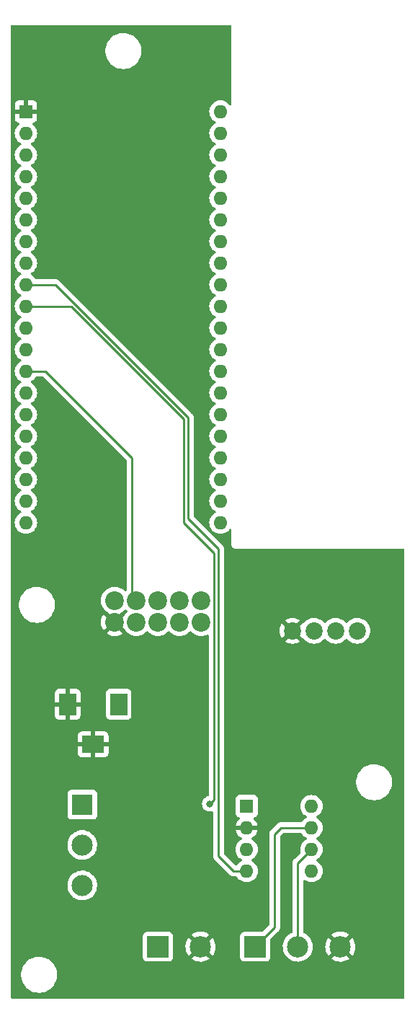
<source format=gbr>
%TF.GenerationSoftware,KiCad,Pcbnew,(6.0.6-0)*%
%TF.CreationDate,2022-11-06T01:19:23-08:00*%
%TF.ProjectId,Main Board,4d61696e-2042-46f6-9172-642e6b696361,rev?*%
%TF.SameCoordinates,Original*%
%TF.FileFunction,Copper,L2,Bot*%
%TF.FilePolarity,Positive*%
%FSLAX46Y46*%
G04 Gerber Fmt 4.6, Leading zero omitted, Abs format (unit mm)*
G04 Created by KiCad (PCBNEW (6.0.6-0)) date 2022-11-06 01:19:23*
%MOMM*%
%LPD*%
G01*
G04 APERTURE LIST*
%TA.AperFunction,ComponentPad*%
%ADD10R,2.475000X2.475000*%
%TD*%
%TA.AperFunction,ComponentPad*%
%ADD11C,2.475000*%
%TD*%
%TA.AperFunction,ComponentPad*%
%ADD12C,2.020000*%
%TD*%
%TA.AperFunction,ComponentPad*%
%ADD13R,2.000000X2.600000*%
%TD*%
%TA.AperFunction,ComponentPad*%
%ADD14R,2.600000X2.000000*%
%TD*%
%TA.AperFunction,ComponentPad*%
%ADD15R,2.500000X2.500000*%
%TD*%
%TA.AperFunction,ComponentPad*%
%ADD16C,2.500000*%
%TD*%
%TA.AperFunction,ComponentPad*%
%ADD17C,2.200000*%
%TD*%
%TA.AperFunction,ComponentPad*%
%ADD18R,1.600000X1.600000*%
%TD*%
%TA.AperFunction,ComponentPad*%
%ADD19O,1.600000X1.600000*%
%TD*%
%TA.AperFunction,ViaPad*%
%ADD20C,0.800000*%
%TD*%
%TA.AperFunction,Conductor*%
%ADD21C,0.250000*%
%TD*%
G04 APERTURE END LIST*
D10*
%TO.P,S1,1*%
%TO.N,unconnected-(S1-Pad1)*%
X95250000Y-115900000D03*
D11*
%TO.P,S1,2*%
%TO.N,Net-(J3-Pad1)*%
X95250000Y-120650000D03*
%TO.P,S1,3*%
%TO.N,Net-(D1-PadA)*%
X95250000Y-125400000D03*
%TD*%
D12*
%TO.P,J6,4*%
%TO.N,VBUS*%
X127560000Y-95500000D03*
%TO.P,J6,3*%
%TO.N,+5V*%
X125020000Y-95500000D03*
%TO.P,J6,2*%
%TO.N,+3.3V*%
X122480000Y-95500000D03*
%TO.P,J6,1*%
%TO.N,GND*%
X119940000Y-95500000D03*
%TD*%
D13*
%TO.P,J3,1*%
%TO.N,Net-(J3-Pad1)*%
X99520000Y-104140000D03*
%TO.P,J3,2*%
%TO.N,GND*%
X93520000Y-104140000D03*
D14*
%TO.P,J3,3*%
X96520000Y-108840000D03*
%TD*%
D15*
%TO.P,J5,1*%
%TO.N,/CANH*%
X115570000Y-132588000D03*
D16*
%TO.P,J5,2*%
%TO.N,/CANL*%
X120570000Y-132588000D03*
%TO.P,J5,3*%
%TO.N,GND*%
X125570000Y-132588000D03*
%TD*%
D17*
%TO.P,J1,1*%
%TO.N,+3.3V*%
X99060000Y-91948000D03*
%TO.P,J1,2*%
%TO.N,GND*%
X99060000Y-94488000D03*
%TO.P,J1,3*%
%TO.N,Net-(J1-Pad3)*%
X101600000Y-91948000D03*
%TO.P,J1,4*%
%TO.N,Net-(J1-Pad4)*%
X101600000Y-94488000D03*
%TO.P,J1,5*%
%TO.N,unconnected-(J1-Pad5)*%
X104140000Y-91948000D03*
%TO.P,J1,6*%
%TO.N,unconnected-(J1-Pad6)*%
X104140000Y-94488000D03*
%TO.P,J1,7*%
%TO.N,unconnected-(J1-Pad7)*%
X106680000Y-91948000D03*
%TO.P,J1,8*%
%TO.N,unconnected-(J1-Pad8)*%
X106680000Y-94488000D03*
%TO.P,J1,9*%
%TO.N,unconnected-(J1-Pad9)*%
X109220000Y-91948000D03*
%TO.P,J1,10*%
%TO.N,unconnected-(J1-Pad10)*%
X109220000Y-94488000D03*
%TD*%
D15*
%TO.P,J4,1*%
%TO.N,VBUS*%
X104140000Y-132588000D03*
D16*
%TO.P,J4,2*%
%TO.N,GND*%
X109140000Y-132588000D03*
%TD*%
D18*
%TO.P,U2,1,TXD*%
%TO.N,Net-(J2-Pad10)*%
X114564000Y-116088000D03*
D19*
%TO.P,U2,2,VSS*%
%TO.N,GND*%
X114564000Y-118628000D03*
%TO.P,U2,3,VDD*%
%TO.N,+5V*%
X114564000Y-121168000D03*
%TO.P,U2,4,RXD*%
%TO.N,Net-(U2-Pad4)*%
X114564000Y-123708000D03*
%TO.P,U2,5,Vref*%
%TO.N,unconnected-(U2-Pad5)*%
X122184000Y-123708000D03*
%TO.P,U2,6,CANL*%
%TO.N,/CANL*%
X122184000Y-121168000D03*
%TO.P,U2,7,CANH*%
%TO.N,/CANH*%
X122184000Y-118628000D03*
%TO.P,U2,8,Rs*%
%TO.N,Net-(U2-Pad8)*%
X122184000Y-116088000D03*
%TD*%
D18*
%TO.P,J2,1,Pin_1*%
%TO.N,GND*%
X88630000Y-34544000D03*
D19*
%TO.P,J2,2,Pin_2*%
%TO.N,+5V*%
X88630000Y-37084000D03*
%TO.P,J2,3,Pin_3*%
%TO.N,unconnected-(J2-Pad3)*%
X88630000Y-39624000D03*
%TO.P,J2,4,Pin_4*%
%TO.N,unconnected-(J2-Pad4)*%
X88630000Y-42164000D03*
%TO.P,J2,5,Pin_5*%
%TO.N,unconnected-(J2-Pad5)*%
X88630000Y-44704000D03*
%TO.P,J2,6,Pin_6*%
%TO.N,unconnected-(J2-Pad6)*%
X88630000Y-47244000D03*
%TO.P,J2,7,Pin_7*%
%TO.N,unconnected-(J2-Pad7)*%
X88630000Y-49784000D03*
%TO.P,J2,8,Pin_8*%
%TO.N,unconnected-(J2-Pad8)*%
X88630000Y-52324000D03*
%TO.P,J2,9,Pin_9*%
%TO.N,Net-(U2-Pad4)*%
X88630000Y-54864000D03*
%TO.P,J2,10,Pin_10*%
%TO.N,Net-(J2-Pad10)*%
X88630000Y-57404000D03*
%TO.P,J2,11,Pin_11*%
%TO.N,unconnected-(J2-Pad11)*%
X88630000Y-59944000D03*
%TO.P,J2,12,Pin_12*%
%TO.N,unconnected-(J2-Pad12)*%
X88630000Y-62484000D03*
%TO.P,J2,13,Pin_13*%
%TO.N,Net-(J1-Pad3)*%
X88630000Y-65024000D03*
%TO.P,J2,14,Pin_14*%
%TO.N,Net-(J1-Pad4)*%
X88630000Y-67564000D03*
%TO.P,J2,15,Pin_15*%
%TO.N,unconnected-(J2-Pad15)*%
X88630000Y-70104000D03*
%TO.P,J2,16,Pin_16*%
%TO.N,unconnected-(J2-Pad16)*%
X88630000Y-72644000D03*
%TO.P,J2,17,Pin_17*%
%TO.N,unconnected-(J2-Pad17)*%
X88630000Y-75184000D03*
%TO.P,J2,18,Pin_18*%
%TO.N,unconnected-(J2-Pad18)*%
X88630000Y-77724000D03*
%TO.P,J2,19,Pin_19*%
%TO.N,unconnected-(J2-Pad19)*%
X88630000Y-80264000D03*
%TO.P,J2,20,Pin_20*%
%TO.N,unconnected-(J2-Pad20)*%
X88630000Y-82804000D03*
%TO.P,J2,21,Pin_21*%
%TO.N,unconnected-(J2-Pad21)*%
X111490000Y-82804000D03*
%TO.P,J2,22,Pin_22*%
%TO.N,unconnected-(J2-Pad22)*%
X111490000Y-80264000D03*
%TO.P,J2,23,Pin_23*%
%TO.N,unconnected-(J2-Pad23)*%
X111490000Y-77724000D03*
%TO.P,J2,24,Pin_24*%
%TO.N,unconnected-(J2-Pad24)*%
X111490000Y-75184000D03*
%TO.P,J2,25,Pin_25*%
%TO.N,unconnected-(J2-Pad25)*%
X111490000Y-72644000D03*
%TO.P,J2,26,Pin_26*%
%TO.N,unconnected-(J2-Pad26)*%
X111490000Y-70104000D03*
%TO.P,J2,27,Pin_27*%
%TO.N,unconnected-(J2-Pad27)*%
X111490000Y-67564000D03*
%TO.P,J2,28,Pin_28*%
%TO.N,unconnected-(J2-Pad28)*%
X111490000Y-65024000D03*
%TO.P,J2,29,Pin_29*%
%TO.N,unconnected-(J2-Pad29)*%
X111490000Y-62484000D03*
%TO.P,J2,30,Pin_30*%
%TO.N,unconnected-(J2-Pad30)*%
X111490000Y-59944000D03*
%TO.P,J2,31,Pin_31*%
%TO.N,unconnected-(J2-Pad31)*%
X111490000Y-57404000D03*
%TO.P,J2,32,Pin_32*%
%TO.N,unconnected-(J2-Pad32)*%
X111490000Y-54864000D03*
%TO.P,J2,33,Pin_33*%
%TO.N,unconnected-(J2-Pad33)*%
X111490000Y-52324000D03*
%TO.P,J2,34,Pin_34*%
%TO.N,unconnected-(J2-Pad34)*%
X111490000Y-49784000D03*
%TO.P,J2,35,Pin_35*%
%TO.N,unconnected-(J2-Pad35)*%
X111490000Y-47244000D03*
%TO.P,J2,36,Pin_36*%
%TO.N,unconnected-(J2-Pad36)*%
X111490000Y-44704000D03*
%TO.P,J2,37,Pin_37*%
%TO.N,unconnected-(J2-Pad37)*%
X111490000Y-42164000D03*
%TO.P,J2,38,Pin_38*%
%TO.N,unconnected-(J2-Pad38)*%
X111490000Y-39624000D03*
%TO.P,J2,39,Pin_39*%
%TO.N,unconnected-(J2-Pad39)*%
X111490000Y-37084000D03*
%TO.P,J2,40,Pin_40*%
%TO.N,unconnected-(J2-Pad40)*%
X111490000Y-34544000D03*
%TD*%
D20*
%TO.N,GND*%
X116250000Y-111750000D03*
X123500000Y-103750000D03*
X117000000Y-95500000D03*
X128750000Y-105000000D03*
X106680000Y-123952000D03*
X119027938Y-109313438D03*
X105156000Y-110236000D03*
%TO.N,Net-(J2-Pad10)*%
X110236000Y-115824000D03*
%TD*%
D21*
%TO.N,/CANL*%
X120570000Y-122782000D02*
X120570000Y-132588000D01*
%TO.N,Net-(J1-Pad3)*%
X101092000Y-75184000D02*
X101092000Y-91440000D01*
X90932000Y-65024000D02*
X101092000Y-75184000D01*
X101092000Y-91440000D02*
X101600000Y-91948000D01*
X88630000Y-65024000D02*
X90932000Y-65024000D01*
%TO.N,Net-(U2-Pad4)*%
X92076396Y-54864000D02*
X107696000Y-70483604D01*
X107696000Y-70483604D02*
X107696000Y-82296000D01*
X88630000Y-54864000D02*
X92076396Y-54864000D01*
X107696000Y-82296000D02*
X111252000Y-85852000D01*
X113040000Y-123708000D02*
X114564000Y-123708000D01*
X111252000Y-85852000D02*
X111252000Y-121920000D01*
X111252000Y-121920000D02*
X113040000Y-123708000D01*
%TO.N,Net-(J2-Pad10)*%
X93980000Y-57404000D02*
X88630000Y-57404000D01*
X110744000Y-115316000D02*
X110744000Y-86360000D01*
X110744000Y-86360000D02*
X107188000Y-82804000D01*
X107188000Y-82804000D02*
X107188000Y-70612000D01*
X110236000Y-115824000D02*
X110744000Y-115316000D01*
X107188000Y-70612000D02*
X93980000Y-57404000D01*
%TO.N,/CANH*%
X118608000Y-118628000D02*
X117856000Y-119380000D01*
X117856000Y-119380000D02*
X117856000Y-130302000D01*
X122184000Y-118628000D02*
X118608000Y-118628000D01*
X117856000Y-130302000D02*
X115570000Y-132588000D01*
%TO.N,/CANL*%
X122184000Y-121168000D02*
X120570000Y-122782000D01*
%TD*%
%TA.AperFunction,Conductor*%
%TO.N,GND*%
G36*
X112717621Y-24404502D02*
G01*
X112764114Y-24458158D01*
X112775500Y-24510500D01*
X112775500Y-33698963D01*
X112755498Y-33767084D01*
X112701842Y-33813577D01*
X112631568Y-33823681D01*
X112566988Y-33794187D01*
X112546287Y-33771234D01*
X112499357Y-33704211D01*
X112499355Y-33704208D01*
X112496198Y-33699700D01*
X112334300Y-33537802D01*
X112329792Y-33534645D01*
X112329789Y-33534643D01*
X112251611Y-33479902D01*
X112146749Y-33406477D01*
X112141767Y-33404154D01*
X112141762Y-33404151D01*
X111944225Y-33312039D01*
X111944224Y-33312039D01*
X111939243Y-33309716D01*
X111933935Y-33308294D01*
X111933933Y-33308293D01*
X111723402Y-33251881D01*
X111723400Y-33251881D01*
X111718087Y-33250457D01*
X111490000Y-33230502D01*
X111261913Y-33250457D01*
X111256600Y-33251881D01*
X111256598Y-33251881D01*
X111046067Y-33308293D01*
X111046065Y-33308294D01*
X111040757Y-33309716D01*
X111035776Y-33312039D01*
X111035775Y-33312039D01*
X110838238Y-33404151D01*
X110838233Y-33404154D01*
X110833251Y-33406477D01*
X110728389Y-33479902D01*
X110650211Y-33534643D01*
X110650208Y-33534645D01*
X110645700Y-33537802D01*
X110483802Y-33699700D01*
X110352477Y-33887251D01*
X110350154Y-33892233D01*
X110350151Y-33892238D01*
X110258039Y-34089775D01*
X110255716Y-34094757D01*
X110254294Y-34100065D01*
X110254293Y-34100067D01*
X110204972Y-34284135D01*
X110196457Y-34315913D01*
X110176502Y-34544000D01*
X110196457Y-34772087D01*
X110197881Y-34777400D01*
X110197881Y-34777402D01*
X110207031Y-34811548D01*
X110255716Y-34993243D01*
X110258039Y-34998224D01*
X110258039Y-34998225D01*
X110350151Y-35195762D01*
X110350154Y-35195767D01*
X110352477Y-35200749D01*
X110483802Y-35388300D01*
X110645700Y-35550198D01*
X110650208Y-35553355D01*
X110650211Y-35553357D01*
X110691195Y-35582054D01*
X110833251Y-35681523D01*
X110838233Y-35683846D01*
X110838238Y-35683849D01*
X110872457Y-35699805D01*
X110925742Y-35746722D01*
X110945203Y-35814999D01*
X110924661Y-35882959D01*
X110872457Y-35928195D01*
X110838238Y-35944151D01*
X110838233Y-35944154D01*
X110833251Y-35946477D01*
X110728955Y-36019506D01*
X110650211Y-36074643D01*
X110650208Y-36074645D01*
X110645700Y-36077802D01*
X110483802Y-36239700D01*
X110352477Y-36427251D01*
X110350154Y-36432233D01*
X110350151Y-36432238D01*
X110258039Y-36629775D01*
X110255716Y-36634757D01*
X110196457Y-36855913D01*
X110176502Y-37084000D01*
X110196457Y-37312087D01*
X110255716Y-37533243D01*
X110258039Y-37538224D01*
X110258039Y-37538225D01*
X110350151Y-37735762D01*
X110350154Y-37735767D01*
X110352477Y-37740749D01*
X110483802Y-37928300D01*
X110645700Y-38090198D01*
X110650208Y-38093355D01*
X110650211Y-38093357D01*
X110728389Y-38148098D01*
X110833251Y-38221523D01*
X110838233Y-38223846D01*
X110838238Y-38223849D01*
X110872457Y-38239805D01*
X110925742Y-38286722D01*
X110945203Y-38354999D01*
X110924661Y-38422959D01*
X110872457Y-38468195D01*
X110838238Y-38484151D01*
X110838233Y-38484154D01*
X110833251Y-38486477D01*
X110728389Y-38559902D01*
X110650211Y-38614643D01*
X110650208Y-38614645D01*
X110645700Y-38617802D01*
X110483802Y-38779700D01*
X110352477Y-38967251D01*
X110350154Y-38972233D01*
X110350151Y-38972238D01*
X110258039Y-39169775D01*
X110255716Y-39174757D01*
X110196457Y-39395913D01*
X110176502Y-39624000D01*
X110196457Y-39852087D01*
X110255716Y-40073243D01*
X110258039Y-40078224D01*
X110258039Y-40078225D01*
X110350151Y-40275762D01*
X110350154Y-40275767D01*
X110352477Y-40280749D01*
X110483802Y-40468300D01*
X110645700Y-40630198D01*
X110650208Y-40633355D01*
X110650211Y-40633357D01*
X110728389Y-40688098D01*
X110833251Y-40761523D01*
X110838233Y-40763846D01*
X110838238Y-40763849D01*
X110872457Y-40779805D01*
X110925742Y-40826722D01*
X110945203Y-40894999D01*
X110924661Y-40962959D01*
X110872457Y-41008195D01*
X110838238Y-41024151D01*
X110838233Y-41024154D01*
X110833251Y-41026477D01*
X110728389Y-41099902D01*
X110650211Y-41154643D01*
X110650208Y-41154645D01*
X110645700Y-41157802D01*
X110483802Y-41319700D01*
X110352477Y-41507251D01*
X110350154Y-41512233D01*
X110350151Y-41512238D01*
X110258039Y-41709775D01*
X110255716Y-41714757D01*
X110196457Y-41935913D01*
X110176502Y-42164000D01*
X110196457Y-42392087D01*
X110255716Y-42613243D01*
X110258039Y-42618224D01*
X110258039Y-42618225D01*
X110350151Y-42815762D01*
X110350154Y-42815767D01*
X110352477Y-42820749D01*
X110483802Y-43008300D01*
X110645700Y-43170198D01*
X110650208Y-43173355D01*
X110650211Y-43173357D01*
X110728389Y-43228098D01*
X110833251Y-43301523D01*
X110838233Y-43303846D01*
X110838238Y-43303849D01*
X110872457Y-43319805D01*
X110925742Y-43366722D01*
X110945203Y-43434999D01*
X110924661Y-43502959D01*
X110872457Y-43548195D01*
X110838238Y-43564151D01*
X110838233Y-43564154D01*
X110833251Y-43566477D01*
X110728389Y-43639902D01*
X110650211Y-43694643D01*
X110650208Y-43694645D01*
X110645700Y-43697802D01*
X110483802Y-43859700D01*
X110352477Y-44047251D01*
X110350154Y-44052233D01*
X110350151Y-44052238D01*
X110258039Y-44249775D01*
X110255716Y-44254757D01*
X110196457Y-44475913D01*
X110176502Y-44704000D01*
X110196457Y-44932087D01*
X110255716Y-45153243D01*
X110258039Y-45158224D01*
X110258039Y-45158225D01*
X110350151Y-45355762D01*
X110350154Y-45355767D01*
X110352477Y-45360749D01*
X110483802Y-45548300D01*
X110645700Y-45710198D01*
X110650208Y-45713355D01*
X110650211Y-45713357D01*
X110728389Y-45768098D01*
X110833251Y-45841523D01*
X110838233Y-45843846D01*
X110838238Y-45843849D01*
X110872457Y-45859805D01*
X110925742Y-45906722D01*
X110945203Y-45974999D01*
X110924661Y-46042959D01*
X110872457Y-46088195D01*
X110838238Y-46104151D01*
X110838233Y-46104154D01*
X110833251Y-46106477D01*
X110728389Y-46179902D01*
X110650211Y-46234643D01*
X110650208Y-46234645D01*
X110645700Y-46237802D01*
X110483802Y-46399700D01*
X110352477Y-46587251D01*
X110350154Y-46592233D01*
X110350151Y-46592238D01*
X110258039Y-46789775D01*
X110255716Y-46794757D01*
X110196457Y-47015913D01*
X110176502Y-47244000D01*
X110196457Y-47472087D01*
X110255716Y-47693243D01*
X110258039Y-47698224D01*
X110258039Y-47698225D01*
X110350151Y-47895762D01*
X110350154Y-47895767D01*
X110352477Y-47900749D01*
X110483802Y-48088300D01*
X110645700Y-48250198D01*
X110650208Y-48253355D01*
X110650211Y-48253357D01*
X110728389Y-48308098D01*
X110833251Y-48381523D01*
X110838233Y-48383846D01*
X110838238Y-48383849D01*
X110872457Y-48399805D01*
X110925742Y-48446722D01*
X110945203Y-48514999D01*
X110924661Y-48582959D01*
X110872457Y-48628195D01*
X110838238Y-48644151D01*
X110838233Y-48644154D01*
X110833251Y-48646477D01*
X110728389Y-48719902D01*
X110650211Y-48774643D01*
X110650208Y-48774645D01*
X110645700Y-48777802D01*
X110483802Y-48939700D01*
X110352477Y-49127251D01*
X110350154Y-49132233D01*
X110350151Y-49132238D01*
X110258039Y-49329775D01*
X110255716Y-49334757D01*
X110196457Y-49555913D01*
X110176502Y-49784000D01*
X110196457Y-50012087D01*
X110255716Y-50233243D01*
X110258039Y-50238224D01*
X110258039Y-50238225D01*
X110350151Y-50435762D01*
X110350154Y-50435767D01*
X110352477Y-50440749D01*
X110483802Y-50628300D01*
X110645700Y-50790198D01*
X110650208Y-50793355D01*
X110650211Y-50793357D01*
X110728389Y-50848098D01*
X110833251Y-50921523D01*
X110838233Y-50923846D01*
X110838238Y-50923849D01*
X110872457Y-50939805D01*
X110925742Y-50986722D01*
X110945203Y-51054999D01*
X110924661Y-51122959D01*
X110872457Y-51168195D01*
X110838238Y-51184151D01*
X110838233Y-51184154D01*
X110833251Y-51186477D01*
X110728389Y-51259902D01*
X110650211Y-51314643D01*
X110650208Y-51314645D01*
X110645700Y-51317802D01*
X110483802Y-51479700D01*
X110352477Y-51667251D01*
X110350154Y-51672233D01*
X110350151Y-51672238D01*
X110258039Y-51869775D01*
X110255716Y-51874757D01*
X110196457Y-52095913D01*
X110176502Y-52324000D01*
X110196457Y-52552087D01*
X110255716Y-52773243D01*
X110258039Y-52778224D01*
X110258039Y-52778225D01*
X110350151Y-52975762D01*
X110350154Y-52975767D01*
X110352477Y-52980749D01*
X110483802Y-53168300D01*
X110645700Y-53330198D01*
X110650208Y-53333355D01*
X110650211Y-53333357D01*
X110728389Y-53388098D01*
X110833251Y-53461523D01*
X110838233Y-53463846D01*
X110838238Y-53463849D01*
X110872457Y-53479805D01*
X110925742Y-53526722D01*
X110945203Y-53594999D01*
X110924661Y-53662959D01*
X110872457Y-53708195D01*
X110838238Y-53724151D01*
X110838233Y-53724154D01*
X110833251Y-53726477D01*
X110728389Y-53799902D01*
X110650211Y-53854643D01*
X110650208Y-53854645D01*
X110645700Y-53857802D01*
X110483802Y-54019700D01*
X110352477Y-54207251D01*
X110350154Y-54212233D01*
X110350151Y-54212238D01*
X110269409Y-54385392D01*
X110255716Y-54414757D01*
X110196457Y-54635913D01*
X110176502Y-54864000D01*
X110196457Y-55092087D01*
X110255716Y-55313243D01*
X110258039Y-55318224D01*
X110258039Y-55318225D01*
X110350151Y-55515762D01*
X110350154Y-55515767D01*
X110352477Y-55520749D01*
X110483802Y-55708300D01*
X110645700Y-55870198D01*
X110650208Y-55873355D01*
X110650211Y-55873357D01*
X110728389Y-55928098D01*
X110833251Y-56001523D01*
X110838233Y-56003846D01*
X110838238Y-56003849D01*
X110872457Y-56019805D01*
X110925742Y-56066722D01*
X110945203Y-56134999D01*
X110924661Y-56202959D01*
X110872457Y-56248195D01*
X110838238Y-56264151D01*
X110838233Y-56264154D01*
X110833251Y-56266477D01*
X110728389Y-56339902D01*
X110650211Y-56394643D01*
X110650208Y-56394645D01*
X110645700Y-56397802D01*
X110483802Y-56559700D01*
X110352477Y-56747251D01*
X110350154Y-56752233D01*
X110350151Y-56752238D01*
X110258039Y-56949775D01*
X110255716Y-56954757D01*
X110196457Y-57175913D01*
X110176502Y-57404000D01*
X110196457Y-57632087D01*
X110255716Y-57853243D01*
X110258039Y-57858224D01*
X110258039Y-57858225D01*
X110350151Y-58055762D01*
X110350154Y-58055767D01*
X110352477Y-58060749D01*
X110483802Y-58248300D01*
X110645700Y-58410198D01*
X110650208Y-58413355D01*
X110650211Y-58413357D01*
X110728389Y-58468098D01*
X110833251Y-58541523D01*
X110838233Y-58543846D01*
X110838238Y-58543849D01*
X110872457Y-58559805D01*
X110925742Y-58606722D01*
X110945203Y-58674999D01*
X110924661Y-58742959D01*
X110872457Y-58788195D01*
X110838238Y-58804151D01*
X110838233Y-58804154D01*
X110833251Y-58806477D01*
X110728389Y-58879902D01*
X110650211Y-58934643D01*
X110650208Y-58934645D01*
X110645700Y-58937802D01*
X110483802Y-59099700D01*
X110352477Y-59287251D01*
X110350154Y-59292233D01*
X110350151Y-59292238D01*
X110258039Y-59489775D01*
X110255716Y-59494757D01*
X110196457Y-59715913D01*
X110176502Y-59944000D01*
X110196457Y-60172087D01*
X110255716Y-60393243D01*
X110258039Y-60398224D01*
X110258039Y-60398225D01*
X110350151Y-60595762D01*
X110350154Y-60595767D01*
X110352477Y-60600749D01*
X110483802Y-60788300D01*
X110645700Y-60950198D01*
X110650208Y-60953355D01*
X110650211Y-60953357D01*
X110728389Y-61008098D01*
X110833251Y-61081523D01*
X110838233Y-61083846D01*
X110838238Y-61083849D01*
X110872457Y-61099805D01*
X110925742Y-61146722D01*
X110945203Y-61214999D01*
X110924661Y-61282959D01*
X110872457Y-61328195D01*
X110838238Y-61344151D01*
X110838233Y-61344154D01*
X110833251Y-61346477D01*
X110728389Y-61419902D01*
X110650211Y-61474643D01*
X110650208Y-61474645D01*
X110645700Y-61477802D01*
X110483802Y-61639700D01*
X110352477Y-61827251D01*
X110350154Y-61832233D01*
X110350151Y-61832238D01*
X110258039Y-62029775D01*
X110255716Y-62034757D01*
X110196457Y-62255913D01*
X110176502Y-62484000D01*
X110196457Y-62712087D01*
X110255716Y-62933243D01*
X110258039Y-62938224D01*
X110258039Y-62938225D01*
X110350151Y-63135762D01*
X110350154Y-63135767D01*
X110352477Y-63140749D01*
X110483802Y-63328300D01*
X110645700Y-63490198D01*
X110650208Y-63493355D01*
X110650211Y-63493357D01*
X110728389Y-63548098D01*
X110833251Y-63621523D01*
X110838233Y-63623846D01*
X110838238Y-63623849D01*
X110872457Y-63639805D01*
X110925742Y-63686722D01*
X110945203Y-63754999D01*
X110924661Y-63822959D01*
X110872457Y-63868195D01*
X110838238Y-63884151D01*
X110838233Y-63884154D01*
X110833251Y-63886477D01*
X110728389Y-63959902D01*
X110650211Y-64014643D01*
X110650208Y-64014645D01*
X110645700Y-64017802D01*
X110483802Y-64179700D01*
X110352477Y-64367251D01*
X110350154Y-64372233D01*
X110350151Y-64372238D01*
X110269409Y-64545392D01*
X110255716Y-64574757D01*
X110196457Y-64795913D01*
X110176502Y-65024000D01*
X110196457Y-65252087D01*
X110255716Y-65473243D01*
X110258039Y-65478224D01*
X110258039Y-65478225D01*
X110350151Y-65675762D01*
X110350154Y-65675767D01*
X110352477Y-65680749D01*
X110483802Y-65868300D01*
X110645700Y-66030198D01*
X110650208Y-66033355D01*
X110650211Y-66033357D01*
X110728389Y-66088098D01*
X110833251Y-66161523D01*
X110838233Y-66163846D01*
X110838238Y-66163849D01*
X110872457Y-66179805D01*
X110925742Y-66226722D01*
X110945203Y-66294999D01*
X110924661Y-66362959D01*
X110872457Y-66408195D01*
X110838238Y-66424151D01*
X110838233Y-66424154D01*
X110833251Y-66426477D01*
X110728389Y-66499902D01*
X110650211Y-66554643D01*
X110650208Y-66554645D01*
X110645700Y-66557802D01*
X110483802Y-66719700D01*
X110352477Y-66907251D01*
X110350154Y-66912233D01*
X110350151Y-66912238D01*
X110258039Y-67109775D01*
X110255716Y-67114757D01*
X110196457Y-67335913D01*
X110176502Y-67564000D01*
X110196457Y-67792087D01*
X110255716Y-68013243D01*
X110258039Y-68018224D01*
X110258039Y-68018225D01*
X110350151Y-68215762D01*
X110350154Y-68215767D01*
X110352477Y-68220749D01*
X110483802Y-68408300D01*
X110645700Y-68570198D01*
X110650208Y-68573355D01*
X110650211Y-68573357D01*
X110728389Y-68628098D01*
X110833251Y-68701523D01*
X110838233Y-68703846D01*
X110838238Y-68703849D01*
X110872457Y-68719805D01*
X110925742Y-68766722D01*
X110945203Y-68834999D01*
X110924661Y-68902959D01*
X110872457Y-68948195D01*
X110838238Y-68964151D01*
X110838233Y-68964154D01*
X110833251Y-68966477D01*
X110728389Y-69039902D01*
X110650211Y-69094643D01*
X110650208Y-69094645D01*
X110645700Y-69097802D01*
X110483802Y-69259700D01*
X110352477Y-69447251D01*
X110350154Y-69452233D01*
X110350151Y-69452238D01*
X110258039Y-69649775D01*
X110255716Y-69654757D01*
X110196457Y-69875913D01*
X110176502Y-70104000D01*
X110196457Y-70332087D01*
X110197881Y-70337400D01*
X110197881Y-70337402D01*
X110253158Y-70543695D01*
X110255716Y-70553243D01*
X110258039Y-70558224D01*
X110258039Y-70558225D01*
X110350151Y-70755762D01*
X110350154Y-70755767D01*
X110352477Y-70760749D01*
X110483802Y-70948300D01*
X110645700Y-71110198D01*
X110650208Y-71113355D01*
X110650211Y-71113357D01*
X110728389Y-71168098D01*
X110833251Y-71241523D01*
X110838233Y-71243846D01*
X110838238Y-71243849D01*
X110872457Y-71259805D01*
X110925742Y-71306722D01*
X110945203Y-71374999D01*
X110924661Y-71442959D01*
X110872457Y-71488195D01*
X110838238Y-71504151D01*
X110838233Y-71504154D01*
X110833251Y-71506477D01*
X110728389Y-71579902D01*
X110650211Y-71634643D01*
X110650208Y-71634645D01*
X110645700Y-71637802D01*
X110483802Y-71799700D01*
X110352477Y-71987251D01*
X110350154Y-71992233D01*
X110350151Y-71992238D01*
X110258039Y-72189775D01*
X110255716Y-72194757D01*
X110196457Y-72415913D01*
X110176502Y-72644000D01*
X110196457Y-72872087D01*
X110255716Y-73093243D01*
X110258039Y-73098224D01*
X110258039Y-73098225D01*
X110350151Y-73295762D01*
X110350154Y-73295767D01*
X110352477Y-73300749D01*
X110483802Y-73488300D01*
X110645700Y-73650198D01*
X110650208Y-73653355D01*
X110650211Y-73653357D01*
X110728389Y-73708098D01*
X110833251Y-73781523D01*
X110838233Y-73783846D01*
X110838238Y-73783849D01*
X110872457Y-73799805D01*
X110925742Y-73846722D01*
X110945203Y-73914999D01*
X110924661Y-73982959D01*
X110872457Y-74028195D01*
X110838238Y-74044151D01*
X110838233Y-74044154D01*
X110833251Y-74046477D01*
X110728389Y-74119902D01*
X110650211Y-74174643D01*
X110650208Y-74174645D01*
X110645700Y-74177802D01*
X110483802Y-74339700D01*
X110352477Y-74527251D01*
X110350154Y-74532233D01*
X110350151Y-74532238D01*
X110258039Y-74729775D01*
X110255716Y-74734757D01*
X110254294Y-74740065D01*
X110254293Y-74740067D01*
X110210250Y-74904437D01*
X110196457Y-74955913D01*
X110176502Y-75184000D01*
X110196457Y-75412087D01*
X110197881Y-75417400D01*
X110197881Y-75417402D01*
X110205653Y-75446405D01*
X110255716Y-75633243D01*
X110258039Y-75638224D01*
X110258039Y-75638225D01*
X110350151Y-75835762D01*
X110350154Y-75835767D01*
X110352477Y-75840749D01*
X110483802Y-76028300D01*
X110645700Y-76190198D01*
X110650208Y-76193355D01*
X110650211Y-76193357D01*
X110728389Y-76248098D01*
X110833251Y-76321523D01*
X110838233Y-76323846D01*
X110838238Y-76323849D01*
X110872457Y-76339805D01*
X110925742Y-76386722D01*
X110945203Y-76454999D01*
X110924661Y-76522959D01*
X110872457Y-76568195D01*
X110838238Y-76584151D01*
X110838233Y-76584154D01*
X110833251Y-76586477D01*
X110728389Y-76659902D01*
X110650211Y-76714643D01*
X110650208Y-76714645D01*
X110645700Y-76717802D01*
X110483802Y-76879700D01*
X110352477Y-77067251D01*
X110350154Y-77072233D01*
X110350151Y-77072238D01*
X110258039Y-77269775D01*
X110255716Y-77274757D01*
X110196457Y-77495913D01*
X110176502Y-77724000D01*
X110196457Y-77952087D01*
X110255716Y-78173243D01*
X110258039Y-78178224D01*
X110258039Y-78178225D01*
X110350151Y-78375762D01*
X110350154Y-78375767D01*
X110352477Y-78380749D01*
X110483802Y-78568300D01*
X110645700Y-78730198D01*
X110650208Y-78733355D01*
X110650211Y-78733357D01*
X110728389Y-78788098D01*
X110833251Y-78861523D01*
X110838233Y-78863846D01*
X110838238Y-78863849D01*
X110872457Y-78879805D01*
X110925742Y-78926722D01*
X110945203Y-78994999D01*
X110924661Y-79062959D01*
X110872457Y-79108195D01*
X110838238Y-79124151D01*
X110838233Y-79124154D01*
X110833251Y-79126477D01*
X110728389Y-79199902D01*
X110650211Y-79254643D01*
X110650208Y-79254645D01*
X110645700Y-79257802D01*
X110483802Y-79419700D01*
X110352477Y-79607251D01*
X110350154Y-79612233D01*
X110350151Y-79612238D01*
X110258039Y-79809775D01*
X110255716Y-79814757D01*
X110196457Y-80035913D01*
X110176502Y-80264000D01*
X110196457Y-80492087D01*
X110255716Y-80713243D01*
X110258039Y-80718224D01*
X110258039Y-80718225D01*
X110350151Y-80915762D01*
X110350154Y-80915767D01*
X110352477Y-80920749D01*
X110483802Y-81108300D01*
X110645700Y-81270198D01*
X110650208Y-81273355D01*
X110650211Y-81273357D01*
X110728389Y-81328098D01*
X110833251Y-81401523D01*
X110838233Y-81403846D01*
X110838238Y-81403849D01*
X110872457Y-81419805D01*
X110925742Y-81466722D01*
X110945203Y-81534999D01*
X110924661Y-81602959D01*
X110872457Y-81648195D01*
X110838238Y-81664151D01*
X110838233Y-81664154D01*
X110833251Y-81666477D01*
X110728389Y-81739902D01*
X110650211Y-81794643D01*
X110650208Y-81794645D01*
X110645700Y-81797802D01*
X110483802Y-81959700D01*
X110352477Y-82147251D01*
X110350154Y-82152233D01*
X110350151Y-82152238D01*
X110258039Y-82349775D01*
X110255716Y-82354757D01*
X110196457Y-82575913D01*
X110176502Y-82804000D01*
X110196457Y-83032087D01*
X110197881Y-83037400D01*
X110197881Y-83037402D01*
X110253818Y-83246158D01*
X110255716Y-83253243D01*
X110258039Y-83258224D01*
X110258039Y-83258225D01*
X110350151Y-83455762D01*
X110350154Y-83455767D01*
X110352477Y-83460749D01*
X110483802Y-83648300D01*
X110645700Y-83810198D01*
X110650208Y-83813355D01*
X110650211Y-83813357D01*
X110728389Y-83868098D01*
X110833251Y-83941523D01*
X110838233Y-83943846D01*
X110838238Y-83943849D01*
X111035775Y-84035961D01*
X111040757Y-84038284D01*
X111046065Y-84039706D01*
X111046067Y-84039707D01*
X111256598Y-84096119D01*
X111256600Y-84096119D01*
X111261913Y-84097543D01*
X111490000Y-84117498D01*
X111718087Y-84097543D01*
X111723400Y-84096119D01*
X111723402Y-84096119D01*
X111933933Y-84039707D01*
X111933935Y-84039706D01*
X111939243Y-84038284D01*
X111944225Y-84035961D01*
X112141762Y-83943849D01*
X112141767Y-83943846D01*
X112146749Y-83941523D01*
X112251611Y-83868098D01*
X112329789Y-83813357D01*
X112329792Y-83813355D01*
X112334300Y-83810198D01*
X112496198Y-83648300D01*
X112546287Y-83576766D01*
X112601744Y-83532438D01*
X112672364Y-83525129D01*
X112735724Y-83557160D01*
X112771709Y-83618361D01*
X112775500Y-83649037D01*
X112775500Y-85335377D01*
X112775498Y-85336147D01*
X112775024Y-85413721D01*
X112777491Y-85422352D01*
X112783150Y-85442153D01*
X112786728Y-85458915D01*
X112790920Y-85488187D01*
X112794634Y-85496355D01*
X112794634Y-85496356D01*
X112801548Y-85511562D01*
X112807996Y-85529086D01*
X112815051Y-85553771D01*
X112819843Y-85561365D01*
X112819844Y-85561368D01*
X112830830Y-85578780D01*
X112838969Y-85593863D01*
X112851208Y-85620782D01*
X112857069Y-85627584D01*
X112867970Y-85640235D01*
X112879073Y-85655239D01*
X112892776Y-85676958D01*
X112899501Y-85682897D01*
X112899504Y-85682901D01*
X112914938Y-85696532D01*
X112926982Y-85708724D01*
X112940427Y-85724327D01*
X112940430Y-85724329D01*
X112946287Y-85731127D01*
X112953816Y-85736007D01*
X112953817Y-85736008D01*
X112967835Y-85745094D01*
X112982709Y-85756385D01*
X112995217Y-85767431D01*
X113001951Y-85773378D01*
X113028711Y-85785942D01*
X113043691Y-85794263D01*
X113060983Y-85805471D01*
X113060988Y-85805473D01*
X113068515Y-85810352D01*
X113077108Y-85812922D01*
X113077113Y-85812924D01*
X113093120Y-85817711D01*
X113110564Y-85824372D01*
X113125676Y-85831467D01*
X113125678Y-85831468D01*
X113133800Y-85835281D01*
X113142667Y-85836662D01*
X113142668Y-85836662D01*
X113152310Y-85838163D01*
X113163017Y-85839830D01*
X113179732Y-85843613D01*
X113199466Y-85849515D01*
X113199472Y-85849516D01*
X113208066Y-85852086D01*
X113217037Y-85852141D01*
X113217038Y-85852141D01*
X113227097Y-85852202D01*
X113242506Y-85852296D01*
X113243289Y-85852329D01*
X113244386Y-85852500D01*
X113275377Y-85852500D01*
X113276147Y-85852502D01*
X113349785Y-85852952D01*
X113349786Y-85852952D01*
X113353721Y-85852976D01*
X113355065Y-85852592D01*
X113356410Y-85852500D01*
X132969500Y-85852500D01*
X133037621Y-85872502D01*
X133084114Y-85926158D01*
X133095500Y-85978500D01*
X133095500Y-138557500D01*
X133075498Y-138625621D01*
X133021842Y-138672114D01*
X132969500Y-138683500D01*
X86994500Y-138683500D01*
X86926379Y-138663498D01*
X86879886Y-138609842D01*
X86868500Y-138557500D01*
X86868500Y-136022703D01*
X88060743Y-136022703D01*
X88098268Y-136307734D01*
X88174129Y-136585036D01*
X88286923Y-136849476D01*
X88434561Y-137096161D01*
X88614313Y-137320528D01*
X88822851Y-137518423D01*
X89056317Y-137686186D01*
X89060112Y-137688195D01*
X89060113Y-137688196D01*
X89081869Y-137699715D01*
X89310392Y-137820712D01*
X89580373Y-137919511D01*
X89861264Y-137980755D01*
X89889841Y-137983004D01*
X90084282Y-137998307D01*
X90084291Y-137998307D01*
X90086739Y-137998500D01*
X90242271Y-137998500D01*
X90244407Y-137998354D01*
X90244418Y-137998354D01*
X90452548Y-137984165D01*
X90452554Y-137984164D01*
X90456825Y-137983873D01*
X90461020Y-137983004D01*
X90461022Y-137983004D01*
X90597584Y-137954723D01*
X90738342Y-137925574D01*
X91009343Y-137829607D01*
X91264812Y-137697750D01*
X91268313Y-137695289D01*
X91268317Y-137695287D01*
X91382418Y-137615095D01*
X91500023Y-137532441D01*
X91710622Y-137336740D01*
X91892713Y-137114268D01*
X92042927Y-136869142D01*
X92158483Y-136605898D01*
X92237244Y-136329406D01*
X92277751Y-136044784D01*
X92277845Y-136026951D01*
X92279235Y-135761583D01*
X92279235Y-135761576D01*
X92279257Y-135757297D01*
X92241732Y-135472266D01*
X92165871Y-135194964D01*
X92053077Y-134930524D01*
X91905439Y-134683839D01*
X91725687Y-134459472D01*
X91545641Y-134288615D01*
X91520258Y-134264527D01*
X91520255Y-134264525D01*
X91517149Y-134261577D01*
X91283683Y-134093814D01*
X91268274Y-134085655D01*
X91138040Y-134016700D01*
X91029608Y-133959288D01*
X90829705Y-133886134D01*
X102381500Y-133886134D01*
X102388255Y-133948316D01*
X102439385Y-134084705D01*
X102526739Y-134201261D01*
X102643295Y-134288615D01*
X102779684Y-134339745D01*
X102841866Y-134346500D01*
X105438134Y-134346500D01*
X105500316Y-134339745D01*
X105636705Y-134288615D01*
X105753261Y-134201261D01*
X105840615Y-134084705D01*
X105873444Y-133997133D01*
X108095612Y-133997133D01*
X108104325Y-134008653D01*
X108202018Y-134080284D01*
X108209928Y-134085227D01*
X108432890Y-134202533D01*
X108441453Y-134206256D01*
X108679304Y-134289318D01*
X108688313Y-134291732D01*
X108935842Y-134338727D01*
X108945098Y-134339781D01*
X109196857Y-134349673D01*
X109206171Y-134349347D01*
X109456615Y-134321920D01*
X109465792Y-134320219D01*
X109709431Y-134256074D01*
X109718251Y-134253037D01*
X109949736Y-134153583D01*
X109958008Y-134149276D01*
X110172249Y-134016700D01*
X110179188Y-134011658D01*
X110187518Y-133999019D01*
X110181456Y-133988666D01*
X110078924Y-133886134D01*
X113811500Y-133886134D01*
X113818255Y-133948316D01*
X113869385Y-134084705D01*
X113956739Y-134201261D01*
X114073295Y-134288615D01*
X114209684Y-134339745D01*
X114271866Y-134346500D01*
X116868134Y-134346500D01*
X116930316Y-134339745D01*
X117066705Y-134288615D01*
X117183261Y-134201261D01*
X117270615Y-134084705D01*
X117321745Y-133948316D01*
X117328500Y-133886134D01*
X117328500Y-131777594D01*
X117348502Y-131709473D01*
X117365405Y-131688499D01*
X118248247Y-130805657D01*
X118256537Y-130798113D01*
X118263018Y-130794000D01*
X118309659Y-130744332D01*
X118312413Y-130741491D01*
X118332134Y-130721770D01*
X118334612Y-130718575D01*
X118342318Y-130709553D01*
X118367158Y-130683101D01*
X118372586Y-130677321D01*
X118382346Y-130659568D01*
X118393199Y-130643045D01*
X118400753Y-130633306D01*
X118405613Y-130627041D01*
X118423176Y-130586457D01*
X118428383Y-130575827D01*
X118449695Y-130537060D01*
X118451666Y-130529383D01*
X118451668Y-130529378D01*
X118454732Y-130517442D01*
X118461138Y-130498730D01*
X118466033Y-130487419D01*
X118469181Y-130480145D01*
X118470421Y-130472317D01*
X118470423Y-130472310D01*
X118476099Y-130436476D01*
X118478505Y-130424856D01*
X118487528Y-130389711D01*
X118487528Y-130389710D01*
X118489500Y-130382030D01*
X118489500Y-130361776D01*
X118491051Y-130342065D01*
X118492980Y-130329886D01*
X118494220Y-130322057D01*
X118490059Y-130278038D01*
X118489500Y-130266181D01*
X118489500Y-119694594D01*
X118509502Y-119626473D01*
X118526405Y-119605499D01*
X118833499Y-119298405D01*
X118895811Y-119264379D01*
X118922594Y-119261500D01*
X120964606Y-119261500D01*
X121032727Y-119281502D01*
X121067819Y-119315229D01*
X121174169Y-119467112D01*
X121177802Y-119472300D01*
X121339700Y-119634198D01*
X121344208Y-119637355D01*
X121344211Y-119637357D01*
X121351419Y-119642404D01*
X121527251Y-119765523D01*
X121532233Y-119767846D01*
X121532238Y-119767849D01*
X121566457Y-119783805D01*
X121619742Y-119830722D01*
X121639203Y-119898999D01*
X121618661Y-119966959D01*
X121566457Y-120012195D01*
X121532238Y-120028151D01*
X121532233Y-120028154D01*
X121527251Y-120030477D01*
X121442074Y-120090119D01*
X121344211Y-120158643D01*
X121344208Y-120158645D01*
X121339700Y-120161802D01*
X121177802Y-120323700D01*
X121174645Y-120328208D01*
X121174643Y-120328211D01*
X121162215Y-120345960D01*
X121046477Y-120511251D01*
X121044154Y-120516233D01*
X121044151Y-120516238D01*
X120980304Y-120653160D01*
X120949716Y-120718757D01*
X120890457Y-120939913D01*
X120870502Y-121168000D01*
X120890457Y-121396087D01*
X120891879Y-121401392D01*
X120891881Y-121401406D01*
X120907459Y-121459539D01*
X120905771Y-121530516D01*
X120874848Y-121581248D01*
X120526137Y-121929958D01*
X120177742Y-122278353D01*
X120169463Y-122285887D01*
X120162982Y-122290000D01*
X120129474Y-122325683D01*
X120116357Y-122339651D01*
X120113602Y-122342493D01*
X120093865Y-122362230D01*
X120091385Y-122365427D01*
X120083682Y-122374447D01*
X120053414Y-122406679D01*
X120049595Y-122413625D01*
X120049593Y-122413628D01*
X120043652Y-122424434D01*
X120032801Y-122440953D01*
X120020386Y-122456959D01*
X120017241Y-122464228D01*
X120017238Y-122464232D01*
X120002826Y-122497537D01*
X119997609Y-122508187D01*
X119976305Y-122546940D01*
X119974334Y-122554615D01*
X119974334Y-122554616D01*
X119971267Y-122566562D01*
X119964863Y-122585266D01*
X119956819Y-122603855D01*
X119955580Y-122611678D01*
X119955577Y-122611688D01*
X119949901Y-122647524D01*
X119947495Y-122659144D01*
X119936500Y-122701970D01*
X119936500Y-122722224D01*
X119934949Y-122741934D01*
X119931780Y-122761943D01*
X119932526Y-122769835D01*
X119935941Y-122805961D01*
X119936500Y-122817819D01*
X119936500Y-130862930D01*
X119916498Y-130931051D01*
X119863251Y-130977356D01*
X119799488Y-131006752D01*
X119715072Y-131045668D01*
X119676067Y-131071241D01*
X119500404Y-131186410D01*
X119500399Y-131186414D01*
X119496491Y-131188976D01*
X119301494Y-131363018D01*
X119134363Y-131563970D01*
X119131934Y-131567973D01*
X119036403Y-131725404D01*
X118998771Y-131787419D01*
X118897697Y-132028455D01*
X118833359Y-132281783D01*
X118807173Y-132541839D01*
X118807397Y-132546505D01*
X118807397Y-132546511D01*
X118813443Y-132672373D01*
X118819713Y-132802908D01*
X118870704Y-133059256D01*
X118959026Y-133305252D01*
X118961242Y-133309376D01*
X119025753Y-133429437D01*
X119082737Y-133535491D01*
X119085532Y-133539234D01*
X119085534Y-133539237D01*
X119236330Y-133741177D01*
X119236335Y-133741183D01*
X119239122Y-133744915D01*
X119242431Y-133748195D01*
X119242436Y-133748201D01*
X119421426Y-133925635D01*
X119424743Y-133928923D01*
X119428505Y-133931681D01*
X119428508Y-133931684D01*
X119631750Y-134080707D01*
X119635524Y-134083474D01*
X119639667Y-134085654D01*
X119639669Y-134085655D01*
X119862684Y-134202989D01*
X119862689Y-134202991D01*
X119866834Y-134205172D01*
X120113590Y-134291344D01*
X120118183Y-134292216D01*
X120365785Y-134339224D01*
X120365788Y-134339224D01*
X120370374Y-134340095D01*
X120500959Y-134345226D01*
X120626875Y-134350174D01*
X120626881Y-134350174D01*
X120631543Y-134350357D01*
X120720651Y-134340598D01*
X120886707Y-134322412D01*
X120886712Y-134322411D01*
X120891360Y-134321902D01*
X121004116Y-134292216D01*
X121139594Y-134256548D01*
X121139596Y-134256547D01*
X121144117Y-134255357D01*
X121162268Y-134247559D01*
X121379972Y-134154025D01*
X121384262Y-134152182D01*
X121606519Y-134014646D01*
X121610082Y-134011629D01*
X121610087Y-134011626D01*
X121627207Y-133997133D01*
X124525612Y-133997133D01*
X124534325Y-134008653D01*
X124632018Y-134080284D01*
X124639928Y-134085227D01*
X124862890Y-134202533D01*
X124871453Y-134206256D01*
X125109304Y-134289318D01*
X125118313Y-134291732D01*
X125365842Y-134338727D01*
X125375098Y-134339781D01*
X125626857Y-134349673D01*
X125636171Y-134349347D01*
X125886615Y-134321920D01*
X125895792Y-134320219D01*
X126139431Y-134256074D01*
X126148251Y-134253037D01*
X126379736Y-134153583D01*
X126388008Y-134149276D01*
X126602249Y-134016700D01*
X126609188Y-134011658D01*
X126617518Y-133999019D01*
X126611456Y-133988666D01*
X125582812Y-132960022D01*
X125568868Y-132952408D01*
X125567035Y-132952539D01*
X125560420Y-132956790D01*
X124532270Y-133984940D01*
X124525612Y-133997133D01*
X121627207Y-133997133D01*
X121802439Y-133848787D01*
X121802440Y-133848786D01*
X121806005Y-133845768D01*
X121897729Y-133741177D01*
X121975257Y-133652774D01*
X121975261Y-133652769D01*
X121978339Y-133649259D01*
X122119733Y-133429437D01*
X122227083Y-133191129D01*
X122265607Y-133054535D01*
X122296760Y-132944076D01*
X122296761Y-132944073D01*
X122298030Y-132939572D01*
X122314840Y-132807435D01*
X122330616Y-132683421D01*
X122330616Y-132683417D01*
X122331014Y-132680291D01*
X122331098Y-132677108D01*
X122333348Y-132591160D01*
X122333431Y-132588000D01*
X122330349Y-132546523D01*
X123807898Y-132546523D01*
X123819987Y-132798175D01*
X123821124Y-132807435D01*
X123870274Y-133054535D01*
X123872768Y-133063528D01*
X123957900Y-133300639D01*
X123961700Y-133309174D01*
X124080946Y-133531101D01*
X124085957Y-133538968D01*
X124149446Y-133623990D01*
X124160704Y-133632439D01*
X124173123Y-133625667D01*
X125197978Y-132600812D01*
X125204356Y-132589132D01*
X125934408Y-132589132D01*
X125934539Y-132590965D01*
X125938790Y-132597580D01*
X126969913Y-133628703D01*
X126982293Y-133635463D01*
X126990634Y-133629219D01*
X127116765Y-133433127D01*
X127121212Y-133424936D01*
X127224691Y-133195222D01*
X127227882Y-133186455D01*
X127296269Y-132943976D01*
X127298129Y-132934834D01*
X127330116Y-132683396D01*
X127330597Y-132677108D01*
X127332847Y-132591160D01*
X127332696Y-132584851D01*
X127313912Y-132332074D01*
X127312536Y-132322868D01*
X127256929Y-132077126D01*
X127254205Y-132068215D01*
X127162888Y-131833392D01*
X127158877Y-131824983D01*
X127033854Y-131606240D01*
X127028643Y-131598514D01*
X126991391Y-131551261D01*
X126979466Y-131542790D01*
X126967934Y-131549276D01*
X125942022Y-132575188D01*
X125934408Y-132589132D01*
X125204356Y-132589132D01*
X125205592Y-132586868D01*
X125205461Y-132585035D01*
X125201210Y-132578420D01*
X124171321Y-131548531D01*
X124158013Y-131541264D01*
X124147974Y-131548386D01*
X124137761Y-131560666D01*
X124132346Y-131568258D01*
X124001646Y-131783646D01*
X123997408Y-131791963D01*
X123899981Y-132024299D01*
X123897020Y-132033149D01*
X123835006Y-132277331D01*
X123833384Y-132286528D01*
X123808143Y-132537198D01*
X123807898Y-132546523D01*
X122330349Y-132546523D01*
X122314061Y-132327348D01*
X122304825Y-132286528D01*
X122257408Y-132076980D01*
X122256377Y-132072423D01*
X122161647Y-131828823D01*
X122031951Y-131601902D01*
X121870138Y-131396643D01*
X121679763Y-131217557D01*
X121621017Y-131176803D01*
X124523216Y-131176803D01*
X124527789Y-131186579D01*
X125557188Y-132215978D01*
X125571132Y-132223592D01*
X125572965Y-132223461D01*
X125579580Y-132219210D01*
X126608419Y-131190371D01*
X126614803Y-131178681D01*
X126605391Y-131166570D01*
X126468593Y-131071670D01*
X126460565Y-131066942D01*
X126234593Y-130955505D01*
X126225960Y-130952017D01*
X125985998Y-130875205D01*
X125976938Y-130873029D01*
X125728260Y-130832529D01*
X125718973Y-130831717D01*
X125467053Y-130828419D01*
X125457742Y-130828989D01*
X125208097Y-130862964D01*
X125198978Y-130864902D01*
X124957098Y-130935404D01*
X124948367Y-130938667D01*
X124719558Y-131044151D01*
X124711406Y-131048670D01*
X124532353Y-131166062D01*
X124523216Y-131176803D01*
X121621017Y-131176803D01*
X121465009Y-131068576D01*
X121273771Y-130974268D01*
X121221523Y-130926199D01*
X121203500Y-130861262D01*
X121203500Y-124860874D01*
X121223502Y-124792753D01*
X121277158Y-124746260D01*
X121347432Y-124736156D01*
X121401771Y-124757661D01*
X121519533Y-124840119D01*
X121527251Y-124845523D01*
X121532233Y-124847846D01*
X121532238Y-124847849D01*
X121729775Y-124939961D01*
X121734757Y-124942284D01*
X121740065Y-124943706D01*
X121740067Y-124943707D01*
X121950598Y-125000119D01*
X121950600Y-125000119D01*
X121955913Y-125001543D01*
X122184000Y-125021498D01*
X122412087Y-125001543D01*
X122417400Y-125000119D01*
X122417402Y-125000119D01*
X122627933Y-124943707D01*
X122627935Y-124943706D01*
X122633243Y-124942284D01*
X122638225Y-124939961D01*
X122835762Y-124847849D01*
X122835767Y-124847846D01*
X122840749Y-124845523D01*
X122996941Y-124736156D01*
X123023789Y-124717357D01*
X123023792Y-124717355D01*
X123028300Y-124714198D01*
X123190198Y-124552300D01*
X123321523Y-124364749D01*
X123323846Y-124359767D01*
X123323849Y-124359762D01*
X123415961Y-124162225D01*
X123415961Y-124162224D01*
X123418284Y-124157243D01*
X123449888Y-124039298D01*
X123476119Y-123941402D01*
X123476119Y-123941400D01*
X123477543Y-123936087D01*
X123497498Y-123708000D01*
X123477543Y-123479913D01*
X123418284Y-123258757D01*
X123415961Y-123253775D01*
X123323849Y-123056238D01*
X123323846Y-123056233D01*
X123321523Y-123051251D01*
X123190198Y-122863700D01*
X123028300Y-122701802D01*
X123023792Y-122698645D01*
X123023789Y-122698643D01*
X122899604Y-122611688D01*
X122840749Y-122570477D01*
X122835767Y-122568154D01*
X122835762Y-122568151D01*
X122801543Y-122552195D01*
X122748258Y-122505278D01*
X122728797Y-122437001D01*
X122749339Y-122369041D01*
X122801543Y-122323805D01*
X122835762Y-122307849D01*
X122835767Y-122307846D01*
X122840749Y-122305523D01*
X122978902Y-122208787D01*
X123023789Y-122177357D01*
X123023792Y-122177355D01*
X123028300Y-122174198D01*
X123190198Y-122012300D01*
X123214143Y-121978104D01*
X123291353Y-121867836D01*
X123321523Y-121824749D01*
X123323846Y-121819767D01*
X123323849Y-121819762D01*
X123415961Y-121622225D01*
X123415961Y-121622224D01*
X123418284Y-121617243D01*
X123424378Y-121594502D01*
X123476119Y-121401402D01*
X123476119Y-121401400D01*
X123477543Y-121396087D01*
X123497498Y-121168000D01*
X123477543Y-120939913D01*
X123418284Y-120718757D01*
X123387696Y-120653160D01*
X123323849Y-120516238D01*
X123323846Y-120516233D01*
X123321523Y-120511251D01*
X123205785Y-120345960D01*
X123193357Y-120328211D01*
X123193355Y-120328208D01*
X123190198Y-120323700D01*
X123028300Y-120161802D01*
X123023792Y-120158645D01*
X123023789Y-120158643D01*
X122925926Y-120090119D01*
X122840749Y-120030477D01*
X122835767Y-120028154D01*
X122835762Y-120028151D01*
X122801543Y-120012195D01*
X122748258Y-119965278D01*
X122728797Y-119897001D01*
X122749339Y-119829041D01*
X122801543Y-119783805D01*
X122835762Y-119767849D01*
X122835767Y-119767846D01*
X122840749Y-119765523D01*
X123016581Y-119642404D01*
X123023789Y-119637357D01*
X123023792Y-119637355D01*
X123028300Y-119634198D01*
X123190198Y-119472300D01*
X123196072Y-119463912D01*
X123296683Y-119320224D01*
X123321523Y-119284749D01*
X123323846Y-119279767D01*
X123323849Y-119279762D01*
X123415961Y-119082225D01*
X123415961Y-119082224D01*
X123418284Y-119077243D01*
X123425933Y-119048699D01*
X123476119Y-118861402D01*
X123476119Y-118861400D01*
X123477543Y-118856087D01*
X123497498Y-118628000D01*
X123477543Y-118399913D01*
X123418284Y-118178757D01*
X123410716Y-118162528D01*
X123323849Y-117976238D01*
X123323846Y-117976233D01*
X123321523Y-117971251D01*
X123190198Y-117783700D01*
X123028300Y-117621802D01*
X123023792Y-117618645D01*
X123023789Y-117618643D01*
X122922262Y-117547553D01*
X122840749Y-117490477D01*
X122835767Y-117488154D01*
X122835762Y-117488151D01*
X122801543Y-117472195D01*
X122748258Y-117425278D01*
X122728797Y-117357001D01*
X122749339Y-117289041D01*
X122801543Y-117243805D01*
X122835762Y-117227849D01*
X122835767Y-117227846D01*
X122840749Y-117225523D01*
X122982458Y-117126297D01*
X123023789Y-117097357D01*
X123023792Y-117097355D01*
X123028300Y-117094198D01*
X123190198Y-116932300D01*
X123321523Y-116744749D01*
X123323846Y-116739767D01*
X123323849Y-116739762D01*
X123415961Y-116542225D01*
X123415961Y-116542224D01*
X123418284Y-116537243D01*
X123427496Y-116502866D01*
X123476119Y-116321402D01*
X123476119Y-116321400D01*
X123477543Y-116316087D01*
X123497498Y-116088000D01*
X123477543Y-115859913D01*
X123418284Y-115638757D01*
X123413172Y-115627794D01*
X123323849Y-115436238D01*
X123323846Y-115436233D01*
X123321523Y-115431251D01*
X123190198Y-115243700D01*
X123028300Y-115081802D01*
X123023792Y-115078645D01*
X123023789Y-115078643D01*
X122945611Y-115023902D01*
X122840749Y-114950477D01*
X122835767Y-114948154D01*
X122835762Y-114948151D01*
X122638225Y-114856039D01*
X122638224Y-114856039D01*
X122633243Y-114853716D01*
X122627935Y-114852294D01*
X122627933Y-114852293D01*
X122417402Y-114795881D01*
X122417400Y-114795881D01*
X122412087Y-114794457D01*
X122184000Y-114774502D01*
X121955913Y-114794457D01*
X121950600Y-114795881D01*
X121950598Y-114795881D01*
X121740067Y-114852293D01*
X121740065Y-114852294D01*
X121734757Y-114853716D01*
X121729776Y-114856039D01*
X121729775Y-114856039D01*
X121532238Y-114948151D01*
X121532233Y-114948154D01*
X121527251Y-114950477D01*
X121422389Y-115023902D01*
X121344211Y-115078643D01*
X121344208Y-115078645D01*
X121339700Y-115081802D01*
X121177802Y-115243700D01*
X121046477Y-115431251D01*
X121044154Y-115436233D01*
X121044151Y-115436238D01*
X120954828Y-115627794D01*
X120949716Y-115638757D01*
X120890457Y-115859913D01*
X120870502Y-116088000D01*
X120890457Y-116316087D01*
X120891881Y-116321400D01*
X120891881Y-116321402D01*
X120940505Y-116502866D01*
X120949716Y-116537243D01*
X120952039Y-116542224D01*
X120952039Y-116542225D01*
X121044151Y-116739762D01*
X121044154Y-116739767D01*
X121046477Y-116744749D01*
X121177802Y-116932300D01*
X121339700Y-117094198D01*
X121344208Y-117097355D01*
X121344211Y-117097357D01*
X121385542Y-117126297D01*
X121527251Y-117225523D01*
X121532233Y-117227846D01*
X121532238Y-117227849D01*
X121566457Y-117243805D01*
X121619742Y-117290722D01*
X121639203Y-117358999D01*
X121618661Y-117426959D01*
X121566457Y-117472195D01*
X121532238Y-117488151D01*
X121532233Y-117488154D01*
X121527251Y-117490477D01*
X121445738Y-117547553D01*
X121344211Y-117618643D01*
X121344208Y-117618645D01*
X121339700Y-117621802D01*
X121177802Y-117783700D01*
X121174645Y-117788208D01*
X121174643Y-117788211D01*
X121067819Y-117940771D01*
X121012362Y-117985099D01*
X120964606Y-117994500D01*
X118686768Y-117994500D01*
X118675585Y-117993973D01*
X118668092Y-117992298D01*
X118660166Y-117992547D01*
X118660165Y-117992547D01*
X118600002Y-117994438D01*
X118596044Y-117994500D01*
X118568144Y-117994500D01*
X118564154Y-117995004D01*
X118552320Y-117995936D01*
X118508111Y-117997326D01*
X118500495Y-117999539D01*
X118500493Y-117999539D01*
X118488652Y-118002979D01*
X118469293Y-118006988D01*
X118467983Y-118007154D01*
X118449203Y-118009526D01*
X118441837Y-118012442D01*
X118441831Y-118012444D01*
X118408098Y-118025800D01*
X118396868Y-118029645D01*
X118362017Y-118039770D01*
X118354407Y-118041981D01*
X118347584Y-118046016D01*
X118336966Y-118052295D01*
X118319213Y-118060992D01*
X118311568Y-118064019D01*
X118300383Y-118068448D01*
X118293968Y-118073109D01*
X118264612Y-118094437D01*
X118254695Y-118100951D01*
X118216638Y-118123458D01*
X118202317Y-118137779D01*
X118187284Y-118150619D01*
X118170893Y-118162528D01*
X118152932Y-118184239D01*
X118142712Y-118196593D01*
X118134722Y-118205374D01*
X117463742Y-118876353D01*
X117455463Y-118883887D01*
X117448982Y-118888000D01*
X117432298Y-118905767D01*
X117402357Y-118937651D01*
X117399602Y-118940493D01*
X117379865Y-118960230D01*
X117377385Y-118963427D01*
X117369682Y-118972447D01*
X117339414Y-119004679D01*
X117335595Y-119011625D01*
X117335593Y-119011628D01*
X117329652Y-119022434D01*
X117318801Y-119038953D01*
X117306386Y-119054959D01*
X117303241Y-119062228D01*
X117303238Y-119062232D01*
X117288826Y-119095537D01*
X117283609Y-119106187D01*
X117262305Y-119144940D01*
X117260334Y-119152615D01*
X117260334Y-119152616D01*
X117257267Y-119164562D01*
X117250863Y-119183266D01*
X117242819Y-119201855D01*
X117241580Y-119209678D01*
X117241577Y-119209688D01*
X117235901Y-119245524D01*
X117233495Y-119257144D01*
X117225240Y-119289298D01*
X117222500Y-119299970D01*
X117222500Y-119320224D01*
X117220949Y-119339934D01*
X117217780Y-119359943D01*
X117218526Y-119367835D01*
X117221941Y-119403961D01*
X117222500Y-119415819D01*
X117222500Y-129987405D01*
X117202498Y-130055526D01*
X117185595Y-130076500D01*
X116469500Y-130792595D01*
X116407188Y-130826621D01*
X116380405Y-130829500D01*
X114271866Y-130829500D01*
X114209684Y-130836255D01*
X114073295Y-130887385D01*
X113956739Y-130974739D01*
X113869385Y-131091295D01*
X113818255Y-131227684D01*
X113811500Y-131289866D01*
X113811500Y-133886134D01*
X110078924Y-133886134D01*
X109152812Y-132960022D01*
X109138868Y-132952408D01*
X109137035Y-132952539D01*
X109130420Y-132956790D01*
X108102270Y-133984940D01*
X108095612Y-133997133D01*
X105873444Y-133997133D01*
X105891745Y-133948316D01*
X105898500Y-133886134D01*
X105898500Y-132546523D01*
X107377898Y-132546523D01*
X107389987Y-132798175D01*
X107391124Y-132807435D01*
X107440274Y-133054535D01*
X107442768Y-133063528D01*
X107527900Y-133300639D01*
X107531700Y-133309174D01*
X107650946Y-133531101D01*
X107655957Y-133538968D01*
X107719446Y-133623990D01*
X107730704Y-133632439D01*
X107743123Y-133625667D01*
X108767978Y-132600812D01*
X108774356Y-132589132D01*
X109504408Y-132589132D01*
X109504539Y-132590965D01*
X109508790Y-132597580D01*
X110539913Y-133628703D01*
X110552293Y-133635463D01*
X110560634Y-133629219D01*
X110686765Y-133433127D01*
X110691212Y-133424936D01*
X110794691Y-133195222D01*
X110797882Y-133186455D01*
X110866269Y-132943976D01*
X110868129Y-132934834D01*
X110900116Y-132683396D01*
X110900597Y-132677108D01*
X110902847Y-132591160D01*
X110902696Y-132584851D01*
X110883912Y-132332074D01*
X110882536Y-132322868D01*
X110826929Y-132077126D01*
X110824205Y-132068215D01*
X110732888Y-131833392D01*
X110728877Y-131824983D01*
X110603854Y-131606240D01*
X110598643Y-131598514D01*
X110561391Y-131551261D01*
X110549466Y-131542790D01*
X110537934Y-131549276D01*
X109512022Y-132575188D01*
X109504408Y-132589132D01*
X108774356Y-132589132D01*
X108775592Y-132586868D01*
X108775461Y-132585035D01*
X108771210Y-132578420D01*
X107741321Y-131548531D01*
X107728013Y-131541264D01*
X107717974Y-131548386D01*
X107707761Y-131560666D01*
X107702346Y-131568258D01*
X107571646Y-131783646D01*
X107567408Y-131791963D01*
X107469981Y-132024299D01*
X107467020Y-132033149D01*
X107405006Y-132277331D01*
X107403384Y-132286528D01*
X107378143Y-132537198D01*
X107377898Y-132546523D01*
X105898500Y-132546523D01*
X105898500Y-131289866D01*
X105891745Y-131227684D01*
X105872671Y-131176803D01*
X108093216Y-131176803D01*
X108097789Y-131186579D01*
X109127188Y-132215978D01*
X109141132Y-132223592D01*
X109142965Y-132223461D01*
X109149580Y-132219210D01*
X110178419Y-131190371D01*
X110184803Y-131178681D01*
X110175391Y-131166570D01*
X110038593Y-131071670D01*
X110030565Y-131066942D01*
X109804593Y-130955505D01*
X109795960Y-130952017D01*
X109555998Y-130875205D01*
X109546938Y-130873029D01*
X109298260Y-130832529D01*
X109288973Y-130831717D01*
X109037053Y-130828419D01*
X109027742Y-130828989D01*
X108778097Y-130862964D01*
X108768978Y-130864902D01*
X108527098Y-130935404D01*
X108518367Y-130938667D01*
X108289558Y-131044151D01*
X108281406Y-131048670D01*
X108102353Y-131166062D01*
X108093216Y-131176803D01*
X105872671Y-131176803D01*
X105840615Y-131091295D01*
X105753261Y-130974739D01*
X105636705Y-130887385D01*
X105500316Y-130836255D01*
X105438134Y-130829500D01*
X102841866Y-130829500D01*
X102779684Y-130836255D01*
X102643295Y-130887385D01*
X102526739Y-130974739D01*
X102439385Y-131091295D01*
X102388255Y-131227684D01*
X102381500Y-131289866D01*
X102381500Y-133886134D01*
X90829705Y-133886134D01*
X90759627Y-133860489D01*
X90478736Y-133799245D01*
X90447685Y-133796801D01*
X90255718Y-133781693D01*
X90255709Y-133781693D01*
X90253261Y-133781500D01*
X90097729Y-133781500D01*
X90095593Y-133781646D01*
X90095582Y-133781646D01*
X89887452Y-133795835D01*
X89887446Y-133795836D01*
X89883175Y-133796127D01*
X89878980Y-133796996D01*
X89878978Y-133796996D01*
X89742417Y-133825276D01*
X89601658Y-133854426D01*
X89330657Y-133950393D01*
X89075188Y-134082250D01*
X89071687Y-134084711D01*
X89071683Y-134084713D01*
X89070952Y-134085227D01*
X88839977Y-134247559D01*
X88629378Y-134443260D01*
X88447287Y-134665732D01*
X88297073Y-134910858D01*
X88181517Y-135174102D01*
X88102756Y-135450594D01*
X88062249Y-135735216D01*
X88062227Y-135739505D01*
X88062226Y-135739512D01*
X88060765Y-136018417D01*
X88060743Y-136022703D01*
X86868500Y-136022703D01*
X86868500Y-125354167D01*
X93499704Y-125354167D01*
X93499928Y-125358833D01*
X93499928Y-125358838D01*
X93502057Y-125403160D01*
X93512155Y-125613381D01*
X93562783Y-125867907D01*
X93650477Y-126112154D01*
X93773309Y-126340756D01*
X93776104Y-126344499D01*
X93776106Y-126344502D01*
X93925790Y-126544953D01*
X93925795Y-126544959D01*
X93928582Y-126548691D01*
X93931891Y-126551971D01*
X93931896Y-126551977D01*
X94109567Y-126728104D01*
X94112884Y-126731392D01*
X94116646Y-126734150D01*
X94116649Y-126734153D01*
X94228963Y-126816505D01*
X94322166Y-126884844D01*
X94326309Y-126887024D01*
X94326311Y-126887025D01*
X94547682Y-127003494D01*
X94547687Y-127003496D01*
X94551832Y-127005677D01*
X94556255Y-127007222D01*
X94556256Y-127007222D01*
X94697928Y-127056696D01*
X94796835Y-127091236D01*
X94801428Y-127092108D01*
X95047204Y-127138770D01*
X95047207Y-127138770D01*
X95051793Y-127139641D01*
X95174978Y-127144481D01*
X95306437Y-127149646D01*
X95306442Y-127149646D01*
X95311105Y-127149829D01*
X95404132Y-127139641D01*
X95564422Y-127122087D01*
X95564428Y-127122086D01*
X95569075Y-127121577D01*
X95681007Y-127092108D01*
X95815513Y-127056696D01*
X95815516Y-127056695D01*
X95820036Y-127055505D01*
X96058474Y-126953064D01*
X96173188Y-126882077D01*
X96275178Y-126818964D01*
X96275182Y-126818961D01*
X96279151Y-126816505D01*
X96376429Y-126734153D01*
X96473653Y-126651846D01*
X96473654Y-126651845D01*
X96477219Y-126648827D01*
X96648328Y-126453716D01*
X96788717Y-126235455D01*
X96895304Y-125998842D01*
X96965746Y-125749073D01*
X96998496Y-125491635D01*
X97000896Y-125400000D01*
X96981664Y-125141201D01*
X96954470Y-125021019D01*
X96925421Y-124892645D01*
X96924390Y-124888088D01*
X96908742Y-124847849D01*
X96832026Y-124650573D01*
X96832025Y-124650571D01*
X96830333Y-124646220D01*
X96828015Y-124642164D01*
X96703878Y-124424968D01*
X96703876Y-124424966D01*
X96701559Y-124420911D01*
X96575307Y-124260762D01*
X96543788Y-124220780D01*
X96543785Y-124220777D01*
X96540896Y-124217112D01*
X96351875Y-124039298D01*
X96138647Y-123891377D01*
X96019877Y-123832806D01*
X95910083Y-123778661D01*
X95910079Y-123778660D01*
X95905897Y-123776597D01*
X95658739Y-123697481D01*
X95517884Y-123674542D01*
X95407213Y-123656518D01*
X95407212Y-123656518D01*
X95402601Y-123655767D01*
X95272856Y-123654069D01*
X95147787Y-123652431D01*
X95147784Y-123652431D01*
X95143110Y-123652370D01*
X94885968Y-123687365D01*
X94881482Y-123688673D01*
X94881480Y-123688673D01*
X94846379Y-123698904D01*
X94636823Y-123759984D01*
X94632571Y-123761944D01*
X94632569Y-123761945D01*
X94600787Y-123776597D01*
X94401149Y-123868632D01*
X94397240Y-123871195D01*
X94188035Y-124008355D01*
X94188030Y-124008359D01*
X94184122Y-124010921D01*
X94087317Y-124097323D01*
X94020182Y-124157243D01*
X93990511Y-124183725D01*
X93824568Y-124383250D01*
X93689940Y-124605110D01*
X93589584Y-124844433D01*
X93525704Y-125095960D01*
X93499704Y-125354167D01*
X86868500Y-125354167D01*
X86868500Y-120604167D01*
X93499704Y-120604167D01*
X93499928Y-120608833D01*
X93499928Y-120608838D01*
X93502057Y-120653160D01*
X93512155Y-120863381D01*
X93562783Y-121117907D01*
X93650477Y-121362154D01*
X93652693Y-121366278D01*
X93740561Y-121529808D01*
X93773309Y-121590756D01*
X93776104Y-121594499D01*
X93776106Y-121594502D01*
X93925790Y-121794953D01*
X93925795Y-121794959D01*
X93928582Y-121798691D01*
X93931891Y-121801971D01*
X93931896Y-121801977D01*
X94091159Y-121959856D01*
X94112884Y-121981392D01*
X94116646Y-121984150D01*
X94116649Y-121984153D01*
X94255783Y-122086170D01*
X94322166Y-122134844D01*
X94326309Y-122137024D01*
X94326311Y-122137025D01*
X94547682Y-122253494D01*
X94547687Y-122253496D01*
X94551832Y-122255677D01*
X94556255Y-122257222D01*
X94556256Y-122257222D01*
X94727357Y-122316973D01*
X94796835Y-122341236D01*
X94801428Y-122342108D01*
X95047204Y-122388770D01*
X95047207Y-122388770D01*
X95051793Y-122389641D01*
X95174978Y-122394481D01*
X95306437Y-122399646D01*
X95306442Y-122399646D01*
X95311105Y-122399829D01*
X95409282Y-122389077D01*
X95564422Y-122372087D01*
X95564428Y-122372086D01*
X95569075Y-122371577D01*
X95574609Y-122370120D01*
X95815513Y-122306696D01*
X95815516Y-122306695D01*
X95820036Y-122305505D01*
X95824333Y-122303659D01*
X96054180Y-122204909D01*
X96054182Y-122204908D01*
X96058474Y-122203064D01*
X96247373Y-122086170D01*
X96275178Y-122068964D01*
X96275182Y-122068961D01*
X96279151Y-122066505D01*
X96376429Y-121984153D01*
X96473653Y-121901846D01*
X96473654Y-121901845D01*
X96477219Y-121898827D01*
X96648328Y-121703716D01*
X96723636Y-121586636D01*
X96786189Y-121489386D01*
X96786192Y-121489381D01*
X96788717Y-121485455D01*
X96895304Y-121248842D01*
X96965746Y-120999073D01*
X96998496Y-120741635D01*
X97000896Y-120650000D01*
X96981664Y-120391201D01*
X96924390Y-120138088D01*
X96857842Y-119966959D01*
X96832026Y-119900573D01*
X96832025Y-119900571D01*
X96830333Y-119896220D01*
X96828015Y-119892164D01*
X96703878Y-119674968D01*
X96703876Y-119674966D01*
X96701559Y-119670911D01*
X96548058Y-119476197D01*
X96543788Y-119470780D01*
X96543785Y-119470777D01*
X96540896Y-119467112D01*
X96351875Y-119289298D01*
X96138647Y-119141377D01*
X95997480Y-119071761D01*
X95910083Y-119028661D01*
X95910079Y-119028660D01*
X95905897Y-119026597D01*
X95658739Y-118947481D01*
X95517884Y-118924542D01*
X95407213Y-118906518D01*
X95407212Y-118906518D01*
X95402601Y-118905767D01*
X95272855Y-118904068D01*
X95147787Y-118902431D01*
X95147784Y-118902431D01*
X95143110Y-118902370D01*
X94885968Y-118937365D01*
X94881482Y-118938673D01*
X94881480Y-118938673D01*
X94846379Y-118948904D01*
X94636823Y-119009984D01*
X94632571Y-119011944D01*
X94632569Y-119011945D01*
X94600787Y-119026597D01*
X94401149Y-119118632D01*
X94397240Y-119121195D01*
X94188035Y-119258355D01*
X94188030Y-119258359D01*
X94184122Y-119260921D01*
X94106566Y-119330142D01*
X94017233Y-119409875D01*
X93990511Y-119433725D01*
X93824568Y-119633250D01*
X93803941Y-119667243D01*
X93705927Y-119828765D01*
X93689940Y-119855110D01*
X93589584Y-120094433D01*
X93525704Y-120345960D01*
X93499704Y-120604167D01*
X86868500Y-120604167D01*
X86868500Y-117185634D01*
X93504000Y-117185634D01*
X93510755Y-117247816D01*
X93561885Y-117384205D01*
X93649239Y-117500761D01*
X93765795Y-117588115D01*
X93902184Y-117639245D01*
X93964366Y-117646000D01*
X96535634Y-117646000D01*
X96597816Y-117639245D01*
X96734205Y-117588115D01*
X96850761Y-117500761D01*
X96938115Y-117384205D01*
X96989245Y-117247816D01*
X96996000Y-117185634D01*
X96996000Y-114614366D01*
X96989245Y-114552184D01*
X96938115Y-114415795D01*
X96850761Y-114299239D01*
X96734205Y-114211885D01*
X96597816Y-114160755D01*
X96535634Y-114154000D01*
X93964366Y-114154000D01*
X93902184Y-114160755D01*
X93765795Y-114211885D01*
X93649239Y-114299239D01*
X93561885Y-114415795D01*
X93510755Y-114552184D01*
X93504000Y-114614366D01*
X93504000Y-117185634D01*
X86868500Y-117185634D01*
X86868500Y-109884669D01*
X94712001Y-109884669D01*
X94712371Y-109891490D01*
X94717895Y-109942352D01*
X94721521Y-109957604D01*
X94766676Y-110078054D01*
X94775214Y-110093649D01*
X94851715Y-110195724D01*
X94864276Y-110208285D01*
X94966351Y-110284786D01*
X94981946Y-110293324D01*
X95102394Y-110338478D01*
X95117649Y-110342105D01*
X95168514Y-110347631D01*
X95175328Y-110348000D01*
X96247885Y-110348000D01*
X96263124Y-110343525D01*
X96264329Y-110342135D01*
X96266000Y-110334452D01*
X96266000Y-110329884D01*
X96774000Y-110329884D01*
X96778475Y-110345123D01*
X96779865Y-110346328D01*
X96787548Y-110347999D01*
X97864669Y-110347999D01*
X97871490Y-110347629D01*
X97922352Y-110342105D01*
X97937604Y-110338479D01*
X98058054Y-110293324D01*
X98073649Y-110284786D01*
X98175724Y-110208285D01*
X98188285Y-110195724D01*
X98264786Y-110093649D01*
X98273324Y-110078054D01*
X98318478Y-109957606D01*
X98322105Y-109942351D01*
X98327631Y-109891486D01*
X98328000Y-109884672D01*
X98328000Y-109112115D01*
X98323525Y-109096876D01*
X98322135Y-109095671D01*
X98314452Y-109094000D01*
X96792115Y-109094000D01*
X96776876Y-109098475D01*
X96775671Y-109099865D01*
X96774000Y-109107548D01*
X96774000Y-110329884D01*
X96266000Y-110329884D01*
X96266000Y-109112115D01*
X96261525Y-109096876D01*
X96260135Y-109095671D01*
X96252452Y-109094000D01*
X94730116Y-109094000D01*
X94714877Y-109098475D01*
X94713672Y-109099865D01*
X94712001Y-109107548D01*
X94712001Y-109884669D01*
X86868500Y-109884669D01*
X86868500Y-108567885D01*
X94712000Y-108567885D01*
X94716475Y-108583124D01*
X94717865Y-108584329D01*
X94725548Y-108586000D01*
X96247885Y-108586000D01*
X96263124Y-108581525D01*
X96264329Y-108580135D01*
X96266000Y-108572452D01*
X96266000Y-108567885D01*
X96774000Y-108567885D01*
X96778475Y-108583124D01*
X96779865Y-108584329D01*
X96787548Y-108586000D01*
X98309884Y-108586000D01*
X98325123Y-108581525D01*
X98326328Y-108580135D01*
X98327999Y-108572452D01*
X98327999Y-107795331D01*
X98327629Y-107788510D01*
X98322105Y-107737648D01*
X98318479Y-107722396D01*
X98273324Y-107601946D01*
X98264786Y-107586351D01*
X98188285Y-107484276D01*
X98175724Y-107471715D01*
X98073649Y-107395214D01*
X98058054Y-107386676D01*
X97937606Y-107341522D01*
X97922351Y-107337895D01*
X97871486Y-107332369D01*
X97864672Y-107332000D01*
X96792115Y-107332000D01*
X96776876Y-107336475D01*
X96775671Y-107337865D01*
X96774000Y-107345548D01*
X96774000Y-108567885D01*
X96266000Y-108567885D01*
X96266000Y-107350116D01*
X96261525Y-107334877D01*
X96260135Y-107333672D01*
X96252452Y-107332001D01*
X95175331Y-107332001D01*
X95168510Y-107332371D01*
X95117648Y-107337895D01*
X95102396Y-107341521D01*
X94981946Y-107386676D01*
X94966351Y-107395214D01*
X94864276Y-107471715D01*
X94851715Y-107484276D01*
X94775214Y-107586351D01*
X94766676Y-107601946D01*
X94721522Y-107722394D01*
X94717895Y-107737649D01*
X94712369Y-107788514D01*
X94712000Y-107795328D01*
X94712000Y-108567885D01*
X86868500Y-108567885D01*
X86868500Y-105484669D01*
X92012001Y-105484669D01*
X92012371Y-105491490D01*
X92017895Y-105542352D01*
X92021521Y-105557604D01*
X92066676Y-105678054D01*
X92075214Y-105693649D01*
X92151715Y-105795724D01*
X92164276Y-105808285D01*
X92266351Y-105884786D01*
X92281946Y-105893324D01*
X92402394Y-105938478D01*
X92417649Y-105942105D01*
X92468514Y-105947631D01*
X92475328Y-105948000D01*
X93247885Y-105948000D01*
X93263124Y-105943525D01*
X93264329Y-105942135D01*
X93266000Y-105934452D01*
X93266000Y-105929884D01*
X93774000Y-105929884D01*
X93778475Y-105945123D01*
X93779865Y-105946328D01*
X93787548Y-105947999D01*
X94564669Y-105947999D01*
X94571490Y-105947629D01*
X94622352Y-105942105D01*
X94637604Y-105938479D01*
X94758054Y-105893324D01*
X94773649Y-105884786D01*
X94875724Y-105808285D01*
X94888285Y-105795724D01*
X94964786Y-105693649D01*
X94973324Y-105678054D01*
X95018478Y-105557606D01*
X95022105Y-105542351D01*
X95027631Y-105491486D01*
X95027813Y-105488134D01*
X98011500Y-105488134D01*
X98018255Y-105550316D01*
X98069385Y-105686705D01*
X98156739Y-105803261D01*
X98273295Y-105890615D01*
X98409684Y-105941745D01*
X98471866Y-105948500D01*
X100568134Y-105948500D01*
X100630316Y-105941745D01*
X100766705Y-105890615D01*
X100883261Y-105803261D01*
X100970615Y-105686705D01*
X101021745Y-105550316D01*
X101028500Y-105488134D01*
X101028500Y-102791866D01*
X101021745Y-102729684D01*
X100970615Y-102593295D01*
X100883261Y-102476739D01*
X100766705Y-102389385D01*
X100630316Y-102338255D01*
X100568134Y-102331500D01*
X98471866Y-102331500D01*
X98409684Y-102338255D01*
X98273295Y-102389385D01*
X98156739Y-102476739D01*
X98069385Y-102593295D01*
X98018255Y-102729684D01*
X98011500Y-102791866D01*
X98011500Y-105488134D01*
X95027813Y-105488134D01*
X95028000Y-105484672D01*
X95028000Y-104412115D01*
X95023525Y-104396876D01*
X95022135Y-104395671D01*
X95014452Y-104394000D01*
X93792115Y-104394000D01*
X93776876Y-104398475D01*
X93775671Y-104399865D01*
X93774000Y-104407548D01*
X93774000Y-105929884D01*
X93266000Y-105929884D01*
X93266000Y-104412115D01*
X93261525Y-104396876D01*
X93260135Y-104395671D01*
X93252452Y-104394000D01*
X92030116Y-104394000D01*
X92014877Y-104398475D01*
X92013672Y-104399865D01*
X92012001Y-104407548D01*
X92012001Y-105484669D01*
X86868500Y-105484669D01*
X86868500Y-103867885D01*
X92012000Y-103867885D01*
X92016475Y-103883124D01*
X92017865Y-103884329D01*
X92025548Y-103886000D01*
X93247885Y-103886000D01*
X93263124Y-103881525D01*
X93264329Y-103880135D01*
X93266000Y-103872452D01*
X93266000Y-103867885D01*
X93774000Y-103867885D01*
X93778475Y-103883124D01*
X93779865Y-103884329D01*
X93787548Y-103886000D01*
X95009884Y-103886000D01*
X95025123Y-103881525D01*
X95026328Y-103880135D01*
X95027999Y-103872452D01*
X95027999Y-102795331D01*
X95027629Y-102788510D01*
X95022105Y-102737648D01*
X95018479Y-102722396D01*
X94973324Y-102601946D01*
X94964786Y-102586351D01*
X94888285Y-102484276D01*
X94875724Y-102471715D01*
X94773649Y-102395214D01*
X94758054Y-102386676D01*
X94637606Y-102341522D01*
X94622351Y-102337895D01*
X94571486Y-102332369D01*
X94564672Y-102332000D01*
X93792115Y-102332000D01*
X93776876Y-102336475D01*
X93775671Y-102337865D01*
X93774000Y-102345548D01*
X93774000Y-103867885D01*
X93266000Y-103867885D01*
X93266000Y-102350116D01*
X93261525Y-102334877D01*
X93260135Y-102333672D01*
X93252452Y-102332001D01*
X92475331Y-102332001D01*
X92468510Y-102332371D01*
X92417648Y-102337895D01*
X92402396Y-102341521D01*
X92281946Y-102386676D01*
X92266351Y-102395214D01*
X92164276Y-102471715D01*
X92151715Y-102484276D01*
X92075214Y-102586351D01*
X92066676Y-102601946D01*
X92021522Y-102722394D01*
X92017895Y-102737649D01*
X92012369Y-102788514D01*
X92012000Y-102795328D01*
X92012000Y-103867885D01*
X86868500Y-103867885D01*
X86868500Y-95793390D01*
X98119440Y-95793390D01*
X98125167Y-95801040D01*
X98323506Y-95922583D01*
X98332300Y-95927064D01*
X98556991Y-96020134D01*
X98566376Y-96023183D01*
X98802863Y-96079959D01*
X98812610Y-96081502D01*
X99055070Y-96100584D01*
X99064930Y-96100584D01*
X99307390Y-96081502D01*
X99317137Y-96079959D01*
X99553624Y-96023183D01*
X99563009Y-96020134D01*
X99787700Y-95927064D01*
X99796494Y-95922583D01*
X99991167Y-95803287D01*
X100000627Y-95792830D01*
X99996844Y-95784054D01*
X99072812Y-94860022D01*
X99058868Y-94852408D01*
X99057035Y-94852539D01*
X99050420Y-94856790D01*
X98126200Y-95781010D01*
X98119440Y-95793390D01*
X86868500Y-95793390D01*
X86868500Y-92588703D01*
X87806743Y-92588703D01*
X87807302Y-92592947D01*
X87807302Y-92592951D01*
X87819384Y-92684722D01*
X87844268Y-92873734D01*
X87920129Y-93151036D01*
X87921813Y-93154984D01*
X88020187Y-93385616D01*
X88032923Y-93415476D01*
X88180561Y-93662161D01*
X88360313Y-93886528D01*
X88483711Y-94003628D01*
X88534005Y-94051355D01*
X88568851Y-94084423D01*
X88802317Y-94252186D01*
X88806112Y-94254195D01*
X88806113Y-94254196D01*
X88840566Y-94272438D01*
X89056392Y-94386712D01*
X89080699Y-94395607D01*
X89319703Y-94483070D01*
X89326373Y-94485511D01*
X89607264Y-94546755D01*
X89635841Y-94549004D01*
X89830282Y-94564307D01*
X89830291Y-94564307D01*
X89832739Y-94564500D01*
X89988271Y-94564500D01*
X89990407Y-94564354D01*
X89990418Y-94564354D01*
X90198548Y-94550165D01*
X90198554Y-94550164D01*
X90202825Y-94549873D01*
X90207020Y-94549004D01*
X90207022Y-94549004D01*
X90439733Y-94500812D01*
X90477794Y-94492930D01*
X97447416Y-94492930D01*
X97466498Y-94735390D01*
X97468041Y-94745137D01*
X97524817Y-94981624D01*
X97527866Y-94991009D01*
X97620936Y-95215700D01*
X97625417Y-95224494D01*
X97744713Y-95419167D01*
X97755170Y-95428627D01*
X97763946Y-95424844D01*
X98687978Y-94500812D01*
X98695592Y-94486868D01*
X98695461Y-94485035D01*
X98691210Y-94478420D01*
X97766990Y-93554200D01*
X97754610Y-93547440D01*
X97746960Y-93553167D01*
X97625417Y-93751506D01*
X97620936Y-93760300D01*
X97527866Y-93984991D01*
X97524817Y-93994376D01*
X97468041Y-94230863D01*
X97466498Y-94240610D01*
X97447416Y-94483070D01*
X97447416Y-94492930D01*
X90477794Y-94492930D01*
X90484342Y-94491574D01*
X90755343Y-94395607D01*
X91010812Y-94263750D01*
X91014313Y-94261289D01*
X91014317Y-94261287D01*
X91185570Y-94140928D01*
X91246023Y-94098441D01*
X91324403Y-94025606D01*
X91453479Y-93905661D01*
X91453481Y-93905658D01*
X91456622Y-93902740D01*
X91638713Y-93680268D01*
X91788927Y-93435142D01*
X91904483Y-93171898D01*
X91983244Y-92895406D01*
X92023751Y-92610784D01*
X92023845Y-92592951D01*
X92025235Y-92327583D01*
X92025235Y-92327576D01*
X92025257Y-92323297D01*
X91987732Y-92038266D01*
X91911871Y-91760964D01*
X91883989Y-91695597D01*
X91800763Y-91500476D01*
X91800761Y-91500472D01*
X91799077Y-91496524D01*
X91651439Y-91249839D01*
X91471687Y-91025472D01*
X91263149Y-90827577D01*
X91029683Y-90659814D01*
X91007843Y-90648250D01*
X90930322Y-90607205D01*
X90775608Y-90525288D01*
X90505627Y-90426489D01*
X90224736Y-90365245D01*
X90193685Y-90362801D01*
X90001718Y-90347693D01*
X90001709Y-90347693D01*
X89999261Y-90347500D01*
X89843729Y-90347500D01*
X89841593Y-90347646D01*
X89841582Y-90347646D01*
X89633452Y-90361835D01*
X89633446Y-90361836D01*
X89629175Y-90362127D01*
X89624980Y-90362996D01*
X89624978Y-90362996D01*
X89507831Y-90387256D01*
X89347658Y-90420426D01*
X89076657Y-90516393D01*
X88821188Y-90648250D01*
X88817687Y-90650711D01*
X88817683Y-90650713D01*
X88807594Y-90657804D01*
X88585977Y-90813559D01*
X88570892Y-90827577D01*
X88381213Y-91003838D01*
X88375378Y-91009260D01*
X88193287Y-91231732D01*
X88043073Y-91476858D01*
X87927517Y-91740102D01*
X87848756Y-92016594D01*
X87808249Y-92301216D01*
X87808227Y-92305505D01*
X87808226Y-92305512D01*
X87807487Y-92446591D01*
X87806743Y-92588703D01*
X86868500Y-92588703D01*
X86868500Y-82804000D01*
X87316502Y-82804000D01*
X87336457Y-83032087D01*
X87337881Y-83037400D01*
X87337881Y-83037402D01*
X87393818Y-83246158D01*
X87395716Y-83253243D01*
X87398039Y-83258224D01*
X87398039Y-83258225D01*
X87490151Y-83455762D01*
X87490154Y-83455767D01*
X87492477Y-83460749D01*
X87623802Y-83648300D01*
X87785700Y-83810198D01*
X87790208Y-83813355D01*
X87790211Y-83813357D01*
X87868389Y-83868098D01*
X87973251Y-83941523D01*
X87978233Y-83943846D01*
X87978238Y-83943849D01*
X88175775Y-84035961D01*
X88180757Y-84038284D01*
X88186065Y-84039706D01*
X88186067Y-84039707D01*
X88396598Y-84096119D01*
X88396600Y-84096119D01*
X88401913Y-84097543D01*
X88630000Y-84117498D01*
X88858087Y-84097543D01*
X88863400Y-84096119D01*
X88863402Y-84096119D01*
X89073933Y-84039707D01*
X89073935Y-84039706D01*
X89079243Y-84038284D01*
X89084225Y-84035961D01*
X89281762Y-83943849D01*
X89281767Y-83943846D01*
X89286749Y-83941523D01*
X89391611Y-83868098D01*
X89469789Y-83813357D01*
X89469792Y-83813355D01*
X89474300Y-83810198D01*
X89636198Y-83648300D01*
X89767523Y-83460749D01*
X89769846Y-83455767D01*
X89769849Y-83455762D01*
X89861961Y-83258225D01*
X89861961Y-83258224D01*
X89864284Y-83253243D01*
X89866183Y-83246158D01*
X89922119Y-83037402D01*
X89922119Y-83037400D01*
X89923543Y-83032087D01*
X89943498Y-82804000D01*
X89923543Y-82575913D01*
X89864284Y-82354757D01*
X89861961Y-82349775D01*
X89769849Y-82152238D01*
X89769846Y-82152233D01*
X89767523Y-82147251D01*
X89636198Y-81959700D01*
X89474300Y-81797802D01*
X89469792Y-81794645D01*
X89469789Y-81794643D01*
X89391611Y-81739902D01*
X89286749Y-81666477D01*
X89281767Y-81664154D01*
X89281762Y-81664151D01*
X89247543Y-81648195D01*
X89194258Y-81601278D01*
X89174797Y-81533001D01*
X89195339Y-81465041D01*
X89247543Y-81419805D01*
X89281762Y-81403849D01*
X89281767Y-81403846D01*
X89286749Y-81401523D01*
X89391611Y-81328098D01*
X89469789Y-81273357D01*
X89469792Y-81273355D01*
X89474300Y-81270198D01*
X89636198Y-81108300D01*
X89767523Y-80920749D01*
X89769846Y-80915767D01*
X89769849Y-80915762D01*
X89861961Y-80718225D01*
X89861961Y-80718224D01*
X89864284Y-80713243D01*
X89923543Y-80492087D01*
X89943498Y-80264000D01*
X89923543Y-80035913D01*
X89864284Y-79814757D01*
X89861961Y-79809775D01*
X89769849Y-79612238D01*
X89769846Y-79612233D01*
X89767523Y-79607251D01*
X89636198Y-79419700D01*
X89474300Y-79257802D01*
X89469792Y-79254645D01*
X89469789Y-79254643D01*
X89391611Y-79199902D01*
X89286749Y-79126477D01*
X89281767Y-79124154D01*
X89281762Y-79124151D01*
X89247543Y-79108195D01*
X89194258Y-79061278D01*
X89174797Y-78993001D01*
X89195339Y-78925041D01*
X89247543Y-78879805D01*
X89281762Y-78863849D01*
X89281767Y-78863846D01*
X89286749Y-78861523D01*
X89391611Y-78788098D01*
X89469789Y-78733357D01*
X89469792Y-78733355D01*
X89474300Y-78730198D01*
X89636198Y-78568300D01*
X89767523Y-78380749D01*
X89769846Y-78375767D01*
X89769849Y-78375762D01*
X89861961Y-78178225D01*
X89861961Y-78178224D01*
X89864284Y-78173243D01*
X89923543Y-77952087D01*
X89943498Y-77724000D01*
X89923543Y-77495913D01*
X89864284Y-77274757D01*
X89861961Y-77269775D01*
X89769849Y-77072238D01*
X89769846Y-77072233D01*
X89767523Y-77067251D01*
X89636198Y-76879700D01*
X89474300Y-76717802D01*
X89469792Y-76714645D01*
X89469789Y-76714643D01*
X89391611Y-76659902D01*
X89286749Y-76586477D01*
X89281767Y-76584154D01*
X89281762Y-76584151D01*
X89247543Y-76568195D01*
X89194258Y-76521278D01*
X89174797Y-76453001D01*
X89195339Y-76385041D01*
X89247543Y-76339805D01*
X89281762Y-76323849D01*
X89281767Y-76323846D01*
X89286749Y-76321523D01*
X89391611Y-76248098D01*
X89469789Y-76193357D01*
X89469792Y-76193355D01*
X89474300Y-76190198D01*
X89636198Y-76028300D01*
X89767523Y-75840749D01*
X89769846Y-75835767D01*
X89769849Y-75835762D01*
X89861961Y-75638225D01*
X89861961Y-75638224D01*
X89864284Y-75633243D01*
X89914348Y-75446405D01*
X89922119Y-75417402D01*
X89922119Y-75417400D01*
X89923543Y-75412087D01*
X89943498Y-75184000D01*
X89923543Y-74955913D01*
X89909750Y-74904437D01*
X89865707Y-74740067D01*
X89865706Y-74740065D01*
X89864284Y-74734757D01*
X89861961Y-74729775D01*
X89769849Y-74532238D01*
X89769846Y-74532233D01*
X89767523Y-74527251D01*
X89636198Y-74339700D01*
X89474300Y-74177802D01*
X89469792Y-74174645D01*
X89469789Y-74174643D01*
X89391611Y-74119902D01*
X89286749Y-74046477D01*
X89281767Y-74044154D01*
X89281762Y-74044151D01*
X89247543Y-74028195D01*
X89194258Y-73981278D01*
X89174797Y-73913001D01*
X89195339Y-73845041D01*
X89247543Y-73799805D01*
X89281762Y-73783849D01*
X89281767Y-73783846D01*
X89286749Y-73781523D01*
X89391611Y-73708098D01*
X89469789Y-73653357D01*
X89469792Y-73653355D01*
X89474300Y-73650198D01*
X89636198Y-73488300D01*
X89767523Y-73300749D01*
X89769846Y-73295767D01*
X89769849Y-73295762D01*
X89861961Y-73098225D01*
X89861961Y-73098224D01*
X89864284Y-73093243D01*
X89923543Y-72872087D01*
X89943498Y-72644000D01*
X89923543Y-72415913D01*
X89864284Y-72194757D01*
X89861961Y-72189775D01*
X89769849Y-71992238D01*
X89769846Y-71992233D01*
X89767523Y-71987251D01*
X89636198Y-71799700D01*
X89474300Y-71637802D01*
X89469792Y-71634645D01*
X89469789Y-71634643D01*
X89391611Y-71579902D01*
X89286749Y-71506477D01*
X89281767Y-71504154D01*
X89281762Y-71504151D01*
X89247543Y-71488195D01*
X89194258Y-71441278D01*
X89174797Y-71373001D01*
X89195339Y-71305041D01*
X89247543Y-71259805D01*
X89281762Y-71243849D01*
X89281767Y-71243846D01*
X89286749Y-71241523D01*
X89391611Y-71168098D01*
X89469789Y-71113357D01*
X89469792Y-71113355D01*
X89474300Y-71110198D01*
X89636198Y-70948300D01*
X89767523Y-70760749D01*
X89769846Y-70755767D01*
X89769849Y-70755762D01*
X89861961Y-70558225D01*
X89861961Y-70558224D01*
X89864284Y-70553243D01*
X89866843Y-70543695D01*
X89922119Y-70337402D01*
X89922119Y-70337400D01*
X89923543Y-70332087D01*
X89943498Y-70104000D01*
X89923543Y-69875913D01*
X89864284Y-69654757D01*
X89861961Y-69649775D01*
X89769849Y-69452238D01*
X89769846Y-69452233D01*
X89767523Y-69447251D01*
X89636198Y-69259700D01*
X89474300Y-69097802D01*
X89469792Y-69094645D01*
X89469789Y-69094643D01*
X89391611Y-69039902D01*
X89286749Y-68966477D01*
X89281767Y-68964154D01*
X89281762Y-68964151D01*
X89247543Y-68948195D01*
X89194258Y-68901278D01*
X89174797Y-68833001D01*
X89195339Y-68765041D01*
X89247543Y-68719805D01*
X89281762Y-68703849D01*
X89281767Y-68703846D01*
X89286749Y-68701523D01*
X89391611Y-68628098D01*
X89469789Y-68573357D01*
X89469792Y-68573355D01*
X89474300Y-68570198D01*
X89636198Y-68408300D01*
X89767523Y-68220749D01*
X89769846Y-68215767D01*
X89769849Y-68215762D01*
X89861961Y-68018225D01*
X89861961Y-68018224D01*
X89864284Y-68013243D01*
X89923543Y-67792087D01*
X89943498Y-67564000D01*
X89923543Y-67335913D01*
X89864284Y-67114757D01*
X89861961Y-67109775D01*
X89769849Y-66912238D01*
X89769846Y-66912233D01*
X89767523Y-66907251D01*
X89636198Y-66719700D01*
X89474300Y-66557802D01*
X89469792Y-66554645D01*
X89469789Y-66554643D01*
X89391611Y-66499902D01*
X89286749Y-66426477D01*
X89281767Y-66424154D01*
X89281762Y-66424151D01*
X89247543Y-66408195D01*
X89194258Y-66361278D01*
X89174797Y-66293001D01*
X89195339Y-66225041D01*
X89247543Y-66179805D01*
X89281762Y-66163849D01*
X89281767Y-66163846D01*
X89286749Y-66161523D01*
X89391611Y-66088098D01*
X89469789Y-66033357D01*
X89469792Y-66033355D01*
X89474300Y-66030198D01*
X89636198Y-65868300D01*
X89746181Y-65711229D01*
X89801638Y-65666901D01*
X89849394Y-65657500D01*
X90617406Y-65657500D01*
X90685527Y-65677502D01*
X90706501Y-65694405D01*
X100421595Y-75409500D01*
X100455621Y-75471812D01*
X100458500Y-75498595D01*
X100458500Y-90761323D01*
X100438498Y-90829444D01*
X100428309Y-90843155D01*
X100425809Y-90846082D01*
X100366358Y-90884890D01*
X100295363Y-90885396D01*
X100234189Y-90846080D01*
X100204111Y-90810863D01*
X100204106Y-90810858D01*
X100200898Y-90807102D01*
X100008376Y-90642672D01*
X99792502Y-90510384D01*
X99787932Y-90508491D01*
X99787928Y-90508489D01*
X99563164Y-90415389D01*
X99563162Y-90415388D01*
X99558591Y-90413495D01*
X99449297Y-90387256D01*
X99317216Y-90355546D01*
X99317210Y-90355545D01*
X99312403Y-90354391D01*
X99060000Y-90334526D01*
X98807597Y-90354391D01*
X98802790Y-90355545D01*
X98802784Y-90355546D01*
X98670703Y-90387256D01*
X98561409Y-90413495D01*
X98556838Y-90415388D01*
X98556836Y-90415389D01*
X98332072Y-90508489D01*
X98332068Y-90508491D01*
X98327498Y-90510384D01*
X98111624Y-90642672D01*
X97919102Y-90807102D01*
X97754672Y-90999624D01*
X97622384Y-91215498D01*
X97620491Y-91220068D01*
X97620489Y-91220072D01*
X97606634Y-91253521D01*
X97525495Y-91449409D01*
X97466391Y-91695597D01*
X97446526Y-91948000D01*
X97466391Y-92200403D01*
X97525495Y-92446591D01*
X97527388Y-92451162D01*
X97527389Y-92451164D01*
X97584360Y-92588703D01*
X97622384Y-92680502D01*
X97754672Y-92896376D01*
X97919102Y-93088898D01*
X98111624Y-93253328D01*
X98259403Y-93343887D01*
X98287224Y-93360936D01*
X98310484Y-93379274D01*
X99047188Y-94115978D01*
X99061132Y-94123592D01*
X99062965Y-94123461D01*
X99069580Y-94119210D01*
X99809516Y-93379274D01*
X99832776Y-93360936D01*
X99860597Y-93343887D01*
X100008376Y-93253328D01*
X100200898Y-93088898D01*
X100204106Y-93085142D01*
X100204113Y-93085135D01*
X100234190Y-93049920D01*
X100293641Y-93011111D01*
X100364635Y-93010605D01*
X100425810Y-93049920D01*
X100455887Y-93085135D01*
X100455894Y-93085142D01*
X100459102Y-93088898D01*
X100462858Y-93092106D01*
X100462865Y-93092113D01*
X100498080Y-93122190D01*
X100536889Y-93181641D01*
X100537395Y-93252635D01*
X100498080Y-93313810D01*
X100462865Y-93343887D01*
X100462858Y-93343894D01*
X100459102Y-93347102D01*
X100294672Y-93539624D01*
X100219581Y-93662161D01*
X100187064Y-93715224D01*
X100168726Y-93738484D01*
X99432022Y-94475188D01*
X99424408Y-94489132D01*
X99424539Y-94490965D01*
X99428790Y-94497580D01*
X100168726Y-95237516D01*
X100187064Y-95260776D01*
X100294672Y-95436376D01*
X100459102Y-95628898D01*
X100651624Y-95793328D01*
X100867498Y-95925616D01*
X100872068Y-95927509D01*
X100872072Y-95927511D01*
X101096836Y-96020611D01*
X101101409Y-96022505D01*
X101186032Y-96042821D01*
X101342784Y-96080454D01*
X101342790Y-96080455D01*
X101347597Y-96081609D01*
X101600000Y-96101474D01*
X101852403Y-96081609D01*
X101857210Y-96080455D01*
X101857216Y-96080454D01*
X102013968Y-96042821D01*
X102098591Y-96022505D01*
X102103164Y-96020611D01*
X102327928Y-95927511D01*
X102327932Y-95927509D01*
X102332502Y-95925616D01*
X102548376Y-95793328D01*
X102740898Y-95628898D01*
X102744106Y-95625142D01*
X102744113Y-95625135D01*
X102774190Y-95589920D01*
X102833641Y-95551111D01*
X102904635Y-95550605D01*
X102965810Y-95589920D01*
X102995887Y-95625135D01*
X102995894Y-95625142D01*
X102999102Y-95628898D01*
X103191624Y-95793328D01*
X103407498Y-95925616D01*
X103412068Y-95927509D01*
X103412072Y-95927511D01*
X103636836Y-96020611D01*
X103641409Y-96022505D01*
X103726032Y-96042821D01*
X103882784Y-96080454D01*
X103882790Y-96080455D01*
X103887597Y-96081609D01*
X104140000Y-96101474D01*
X104392403Y-96081609D01*
X104397210Y-96080455D01*
X104397216Y-96080454D01*
X104553968Y-96042821D01*
X104638591Y-96022505D01*
X104643164Y-96020611D01*
X104867928Y-95927511D01*
X104867932Y-95927509D01*
X104872502Y-95925616D01*
X105088376Y-95793328D01*
X105280898Y-95628898D01*
X105284106Y-95625142D01*
X105284113Y-95625135D01*
X105314190Y-95589920D01*
X105373641Y-95551111D01*
X105444635Y-95550605D01*
X105505810Y-95589920D01*
X105535887Y-95625135D01*
X105535894Y-95625142D01*
X105539102Y-95628898D01*
X105731624Y-95793328D01*
X105947498Y-95925616D01*
X105952068Y-95927509D01*
X105952072Y-95927511D01*
X106176836Y-96020611D01*
X106181409Y-96022505D01*
X106266032Y-96042821D01*
X106422784Y-96080454D01*
X106422790Y-96080455D01*
X106427597Y-96081609D01*
X106680000Y-96101474D01*
X106932403Y-96081609D01*
X106937210Y-96080455D01*
X106937216Y-96080454D01*
X107093968Y-96042821D01*
X107178591Y-96022505D01*
X107183164Y-96020611D01*
X107407928Y-95927511D01*
X107407932Y-95927509D01*
X107412502Y-95925616D01*
X107628376Y-95793328D01*
X107820898Y-95628898D01*
X107824106Y-95625142D01*
X107824113Y-95625135D01*
X107854190Y-95589920D01*
X107913641Y-95551111D01*
X107984635Y-95550605D01*
X108045810Y-95589920D01*
X108075887Y-95625135D01*
X108075894Y-95625142D01*
X108079102Y-95628898D01*
X108271624Y-95793328D01*
X108487498Y-95925616D01*
X108492068Y-95927509D01*
X108492072Y-95927511D01*
X108716836Y-96020611D01*
X108721409Y-96022505D01*
X108806032Y-96042821D01*
X108962784Y-96080454D01*
X108962790Y-96080455D01*
X108967597Y-96081609D01*
X109220000Y-96101474D01*
X109472403Y-96081609D01*
X109477210Y-96080455D01*
X109477216Y-96080454D01*
X109633968Y-96042821D01*
X109718591Y-96022505D01*
X109723164Y-96020611D01*
X109936282Y-95932335D01*
X110006872Y-95924746D01*
X110070359Y-95956525D01*
X110106586Y-96017584D01*
X110110500Y-96048744D01*
X110110500Y-114819847D01*
X110090498Y-114887968D01*
X110036842Y-114934461D01*
X110010698Y-114943093D01*
X109953712Y-114955206D01*
X109947683Y-114957890D01*
X109947684Y-114957890D01*
X109785278Y-115030197D01*
X109785276Y-115030198D01*
X109779248Y-115032882D01*
X109773907Y-115036762D01*
X109773906Y-115036763D01*
X109756096Y-115049703D01*
X109624747Y-115145134D01*
X109496960Y-115287056D01*
X109478186Y-115319574D01*
X109410830Y-115436238D01*
X109401473Y-115452444D01*
X109342458Y-115634072D01*
X109322496Y-115824000D01*
X109323186Y-115830565D01*
X109326847Y-115865393D01*
X109342458Y-116013928D01*
X109401473Y-116195556D01*
X109496960Y-116360944D01*
X109624747Y-116502866D01*
X109779248Y-116615118D01*
X109785276Y-116617802D01*
X109785278Y-116617803D01*
X109853500Y-116648177D01*
X109953712Y-116692794D01*
X110047113Y-116712647D01*
X110134056Y-116731128D01*
X110134061Y-116731128D01*
X110140513Y-116732500D01*
X110331487Y-116732500D01*
X110337939Y-116731128D01*
X110337944Y-116731128D01*
X110466303Y-116703844D01*
X110537094Y-116709246D01*
X110593726Y-116752063D01*
X110618220Y-116818701D01*
X110618500Y-116827091D01*
X110618500Y-121841233D01*
X110617973Y-121852416D01*
X110616298Y-121859909D01*
X110616547Y-121867835D01*
X110616547Y-121867836D01*
X110618438Y-121927986D01*
X110618500Y-121931945D01*
X110618500Y-121959856D01*
X110618997Y-121963790D01*
X110618997Y-121963791D01*
X110619005Y-121963856D01*
X110619938Y-121975693D01*
X110621327Y-122019889D01*
X110626978Y-122039339D01*
X110630987Y-122058700D01*
X110633526Y-122078797D01*
X110636445Y-122086168D01*
X110636445Y-122086170D01*
X110649804Y-122119912D01*
X110653649Y-122131142D01*
X110665982Y-122173593D01*
X110670015Y-122180412D01*
X110670017Y-122180417D01*
X110676293Y-122191028D01*
X110684988Y-122208776D01*
X110692448Y-122227617D01*
X110697110Y-122234033D01*
X110697110Y-122234034D01*
X110718436Y-122263387D01*
X110724952Y-122273307D01*
X110742138Y-122302366D01*
X110747458Y-122311362D01*
X110761779Y-122325683D01*
X110774619Y-122340716D01*
X110786528Y-122357107D01*
X110800954Y-122369041D01*
X110820605Y-122385298D01*
X110829384Y-122393288D01*
X112536348Y-124100253D01*
X112543888Y-124108539D01*
X112548000Y-124115018D01*
X112553777Y-124120443D01*
X112597651Y-124161643D01*
X112600493Y-124164398D01*
X112620230Y-124184135D01*
X112623427Y-124186615D01*
X112632447Y-124194318D01*
X112664679Y-124224586D01*
X112671625Y-124228405D01*
X112671628Y-124228407D01*
X112682434Y-124234348D01*
X112698953Y-124245199D01*
X112714959Y-124257614D01*
X112722228Y-124260759D01*
X112722232Y-124260762D01*
X112755537Y-124275174D01*
X112766187Y-124280391D01*
X112804940Y-124301695D01*
X112812615Y-124303666D01*
X112812616Y-124303666D01*
X112824562Y-124306733D01*
X112843267Y-124313137D01*
X112861855Y-124321181D01*
X112869678Y-124322420D01*
X112869688Y-124322423D01*
X112905524Y-124328099D01*
X112917144Y-124330505D01*
X112952289Y-124339528D01*
X112959970Y-124341500D01*
X112980224Y-124341500D01*
X112999934Y-124343051D01*
X113019943Y-124346220D01*
X113027835Y-124345474D01*
X113063961Y-124342059D01*
X113075819Y-124341500D01*
X113344606Y-124341500D01*
X113412727Y-124361502D01*
X113447819Y-124395229D01*
X113465802Y-124420911D01*
X113557802Y-124552300D01*
X113719700Y-124714198D01*
X113724208Y-124717355D01*
X113724211Y-124717357D01*
X113751059Y-124736156D01*
X113907251Y-124845523D01*
X113912233Y-124847846D01*
X113912238Y-124847849D01*
X114109775Y-124939961D01*
X114114757Y-124942284D01*
X114120065Y-124943706D01*
X114120067Y-124943707D01*
X114330598Y-125000119D01*
X114330600Y-125000119D01*
X114335913Y-125001543D01*
X114564000Y-125021498D01*
X114792087Y-125001543D01*
X114797400Y-125000119D01*
X114797402Y-125000119D01*
X115007933Y-124943707D01*
X115007935Y-124943706D01*
X115013243Y-124942284D01*
X115018225Y-124939961D01*
X115215762Y-124847849D01*
X115215767Y-124847846D01*
X115220749Y-124845523D01*
X115376941Y-124736156D01*
X115403789Y-124717357D01*
X115403792Y-124717355D01*
X115408300Y-124714198D01*
X115570198Y-124552300D01*
X115701523Y-124364749D01*
X115703846Y-124359767D01*
X115703849Y-124359762D01*
X115795961Y-124162225D01*
X115795961Y-124162224D01*
X115798284Y-124157243D01*
X115829888Y-124039298D01*
X115856119Y-123941402D01*
X115856119Y-123941400D01*
X115857543Y-123936087D01*
X115877498Y-123708000D01*
X115857543Y-123479913D01*
X115798284Y-123258757D01*
X115795961Y-123253775D01*
X115703849Y-123056238D01*
X115703846Y-123056233D01*
X115701523Y-123051251D01*
X115570198Y-122863700D01*
X115408300Y-122701802D01*
X115403792Y-122698645D01*
X115403789Y-122698643D01*
X115279604Y-122611688D01*
X115220749Y-122570477D01*
X115215767Y-122568154D01*
X115215762Y-122568151D01*
X115181543Y-122552195D01*
X115128258Y-122505278D01*
X115108797Y-122437001D01*
X115129339Y-122369041D01*
X115181543Y-122323805D01*
X115215762Y-122307849D01*
X115215767Y-122307846D01*
X115220749Y-122305523D01*
X115358902Y-122208787D01*
X115403789Y-122177357D01*
X115403792Y-122177355D01*
X115408300Y-122174198D01*
X115570198Y-122012300D01*
X115594143Y-121978104D01*
X115671353Y-121867836D01*
X115701523Y-121824749D01*
X115703846Y-121819767D01*
X115703849Y-121819762D01*
X115795961Y-121622225D01*
X115795961Y-121622224D01*
X115798284Y-121617243D01*
X115804378Y-121594502D01*
X115856119Y-121401402D01*
X115856119Y-121401400D01*
X115857543Y-121396087D01*
X115877498Y-121168000D01*
X115857543Y-120939913D01*
X115798284Y-120718757D01*
X115767696Y-120653160D01*
X115703849Y-120516238D01*
X115703846Y-120516233D01*
X115701523Y-120511251D01*
X115585785Y-120345960D01*
X115573357Y-120328211D01*
X115573355Y-120328208D01*
X115570198Y-120323700D01*
X115408300Y-120161802D01*
X115403792Y-120158645D01*
X115403789Y-120158643D01*
X115305926Y-120090119D01*
X115220749Y-120030477D01*
X115215767Y-120028154D01*
X115215762Y-120028151D01*
X115180951Y-120011919D01*
X115127666Y-119965002D01*
X115108205Y-119896725D01*
X115128747Y-119828765D01*
X115180951Y-119783529D01*
X115215511Y-119767414D01*
X115225007Y-119761931D01*
X115403467Y-119636972D01*
X115411875Y-119629916D01*
X115565916Y-119475875D01*
X115572972Y-119467467D01*
X115697931Y-119289007D01*
X115703414Y-119279511D01*
X115795490Y-119082053D01*
X115799236Y-119071761D01*
X115845394Y-118899497D01*
X115845058Y-118885401D01*
X115837116Y-118882000D01*
X113296033Y-118882000D01*
X113282502Y-118885973D01*
X113281273Y-118894522D01*
X113328764Y-119071761D01*
X113332510Y-119082053D01*
X113424586Y-119279511D01*
X113430069Y-119289007D01*
X113555028Y-119467467D01*
X113562084Y-119475875D01*
X113716125Y-119629916D01*
X113724533Y-119636972D01*
X113902993Y-119761931D01*
X113912489Y-119767414D01*
X113947049Y-119783529D01*
X114000334Y-119830446D01*
X114019795Y-119898723D01*
X113999253Y-119966683D01*
X113947049Y-120011919D01*
X113912238Y-120028151D01*
X113912233Y-120028154D01*
X113907251Y-120030477D01*
X113822074Y-120090119D01*
X113724211Y-120158643D01*
X113724208Y-120158645D01*
X113719700Y-120161802D01*
X113557802Y-120323700D01*
X113554645Y-120328208D01*
X113554643Y-120328211D01*
X113542215Y-120345960D01*
X113426477Y-120511251D01*
X113424154Y-120516233D01*
X113424151Y-120516238D01*
X113360304Y-120653160D01*
X113329716Y-120718757D01*
X113270457Y-120939913D01*
X113250502Y-121168000D01*
X113270457Y-121396087D01*
X113271881Y-121401400D01*
X113271881Y-121401402D01*
X113323623Y-121594502D01*
X113329716Y-121617243D01*
X113332039Y-121622224D01*
X113332039Y-121622225D01*
X113424151Y-121819762D01*
X113424154Y-121819767D01*
X113426477Y-121824749D01*
X113456647Y-121867836D01*
X113533858Y-121978104D01*
X113557802Y-122012300D01*
X113719700Y-122174198D01*
X113724208Y-122177355D01*
X113724211Y-122177357D01*
X113769098Y-122208787D01*
X113907251Y-122305523D01*
X113912233Y-122307846D01*
X113912238Y-122307849D01*
X113946457Y-122323805D01*
X113999742Y-122370722D01*
X114019203Y-122438999D01*
X113998661Y-122506959D01*
X113946457Y-122552195D01*
X113912238Y-122568151D01*
X113912233Y-122568154D01*
X113907251Y-122570477D01*
X113848396Y-122611688D01*
X113724211Y-122698643D01*
X113724208Y-122698645D01*
X113719700Y-122701802D01*
X113557802Y-122863700D01*
X113451932Y-123014898D01*
X113396476Y-123059225D01*
X113325857Y-123066534D01*
X113259625Y-123031721D01*
X112593324Y-122365419D01*
X111922405Y-121694500D01*
X111888379Y-121632188D01*
X111885500Y-121605405D01*
X111885500Y-116936134D01*
X113255500Y-116936134D01*
X113262255Y-116998316D01*
X113313385Y-117134705D01*
X113400739Y-117251261D01*
X113517295Y-117338615D01*
X113653684Y-117389745D01*
X113665229Y-117390999D01*
X113667910Y-117392113D01*
X113669222Y-117392425D01*
X113669172Y-117392637D01*
X113730790Y-117418238D01*
X113771218Y-117476599D01*
X113773677Y-117547553D01*
X113737384Y-117608572D01*
X113726775Y-117617147D01*
X113716125Y-117626084D01*
X113562084Y-117780125D01*
X113555028Y-117788533D01*
X113430069Y-117966993D01*
X113424586Y-117976489D01*
X113332510Y-118173947D01*
X113328764Y-118184239D01*
X113282606Y-118356503D01*
X113282942Y-118370599D01*
X113290884Y-118374000D01*
X115831967Y-118374000D01*
X115845498Y-118370027D01*
X115846727Y-118361478D01*
X115799236Y-118184239D01*
X115795490Y-118173947D01*
X115703414Y-117976489D01*
X115697931Y-117966993D01*
X115572972Y-117788533D01*
X115565916Y-117780125D01*
X115411875Y-117626084D01*
X115399254Y-117615493D01*
X115400108Y-117614475D01*
X115359776Y-117564016D01*
X115352468Y-117493397D01*
X115384500Y-117430037D01*
X115445702Y-117394053D01*
X115462762Y-117391000D01*
X115474316Y-117389745D01*
X115610705Y-117338615D01*
X115727261Y-117251261D01*
X115814615Y-117134705D01*
X115865745Y-116998316D01*
X115872500Y-116936134D01*
X115872500Y-115239866D01*
X115865745Y-115177684D01*
X115814615Y-115041295D01*
X115727261Y-114924739D01*
X115610705Y-114837385D01*
X115474316Y-114786255D01*
X115412134Y-114779500D01*
X113715866Y-114779500D01*
X113653684Y-114786255D01*
X113517295Y-114837385D01*
X113400739Y-114924739D01*
X113313385Y-115041295D01*
X113262255Y-115177684D01*
X113255500Y-115239866D01*
X113255500Y-116936134D01*
X111885500Y-116936134D01*
X111885500Y-113416703D01*
X127430743Y-113416703D01*
X127468268Y-113701734D01*
X127544129Y-113979036D01*
X127545813Y-113982984D01*
X127645746Y-114217271D01*
X127656923Y-114243476D01*
X127804561Y-114490161D01*
X127984313Y-114714528D01*
X128192851Y-114912423D01*
X128426317Y-115080186D01*
X128430112Y-115082195D01*
X128430113Y-115082196D01*
X128451869Y-115093715D01*
X128680392Y-115214712D01*
X128771932Y-115248211D01*
X128864670Y-115282148D01*
X128950373Y-115313511D01*
X129231264Y-115374755D01*
X129259841Y-115377004D01*
X129454282Y-115392307D01*
X129454291Y-115392307D01*
X129456739Y-115392500D01*
X129612271Y-115392500D01*
X129614407Y-115392354D01*
X129614418Y-115392354D01*
X129822548Y-115378165D01*
X129822554Y-115378164D01*
X129826825Y-115377873D01*
X129831020Y-115377004D01*
X129831022Y-115377004D01*
X129967583Y-115348724D01*
X130108342Y-115319574D01*
X130379343Y-115223607D01*
X130634812Y-115091750D01*
X130638313Y-115089289D01*
X130638317Y-115089287D01*
X130752417Y-115009096D01*
X130870023Y-114926441D01*
X130949816Y-114852293D01*
X131077479Y-114733661D01*
X131077481Y-114733658D01*
X131080622Y-114730740D01*
X131262713Y-114508268D01*
X131412927Y-114263142D01*
X131528483Y-113999898D01*
X131607244Y-113723406D01*
X131647751Y-113438784D01*
X131647845Y-113420951D01*
X131649235Y-113155583D01*
X131649235Y-113155576D01*
X131649257Y-113151297D01*
X131611732Y-112866266D01*
X131535871Y-112588964D01*
X131423077Y-112324524D01*
X131275439Y-112077839D01*
X131095687Y-111853472D01*
X130887149Y-111655577D01*
X130653683Y-111487814D01*
X130631843Y-111476250D01*
X130608654Y-111463972D01*
X130399608Y-111353288D01*
X130129627Y-111254489D01*
X129848736Y-111193245D01*
X129817685Y-111190801D01*
X129625718Y-111175693D01*
X129625709Y-111175693D01*
X129623261Y-111175500D01*
X129467729Y-111175500D01*
X129465593Y-111175646D01*
X129465582Y-111175646D01*
X129257452Y-111189835D01*
X129257446Y-111189836D01*
X129253175Y-111190127D01*
X129248980Y-111190996D01*
X129248978Y-111190996D01*
X129112417Y-111219276D01*
X128971658Y-111248426D01*
X128700657Y-111344393D01*
X128445188Y-111476250D01*
X128441687Y-111478711D01*
X128441683Y-111478713D01*
X128431594Y-111485804D01*
X128209977Y-111641559D01*
X127999378Y-111837260D01*
X127817287Y-112059732D01*
X127667073Y-112304858D01*
X127551517Y-112568102D01*
X127472756Y-112844594D01*
X127432249Y-113129216D01*
X127432227Y-113133505D01*
X127432226Y-113133512D01*
X127430765Y-113412417D01*
X127430743Y-113416703D01*
X111885500Y-113416703D01*
X111885500Y-96739942D01*
X119064888Y-96739942D01*
X119070615Y-96747592D01*
X119244491Y-96854144D01*
X119253285Y-96858625D01*
X119464889Y-96946274D01*
X119474274Y-96949323D01*
X119696985Y-97002792D01*
X119706732Y-97004335D01*
X119935070Y-97022306D01*
X119944930Y-97022306D01*
X120173268Y-97004335D01*
X120183015Y-97002792D01*
X120405726Y-96949323D01*
X120415111Y-96946274D01*
X120626715Y-96858625D01*
X120635509Y-96854144D01*
X120805719Y-96749839D01*
X120815179Y-96739382D01*
X120811396Y-96730606D01*
X119952812Y-95872022D01*
X119938868Y-95864408D01*
X119937035Y-95864539D01*
X119930420Y-95868790D01*
X119071648Y-96727562D01*
X119064888Y-96739942D01*
X111885500Y-96739942D01*
X111885500Y-95504930D01*
X118417694Y-95504930D01*
X118435665Y-95733268D01*
X118437208Y-95743015D01*
X118490677Y-95965726D01*
X118493726Y-95975111D01*
X118581375Y-96186715D01*
X118585856Y-96195509D01*
X118690161Y-96365719D01*
X118700618Y-96375179D01*
X118709394Y-96371396D01*
X119567978Y-95512812D01*
X119574356Y-95501132D01*
X120304408Y-95501132D01*
X120304539Y-95502965D01*
X120308790Y-95509580D01*
X121167562Y-96368352D01*
X121196157Y-96383967D01*
X121234225Y-96392247D01*
X121269653Y-96421005D01*
X121402938Y-96577062D01*
X121584688Y-96732291D01*
X121788483Y-96857178D01*
X121793052Y-96859071D01*
X121793055Y-96859072D01*
X122004733Y-96946751D01*
X122004740Y-96946753D01*
X122009307Y-96948645D01*
X122091309Y-96968332D01*
X122236907Y-97003288D01*
X122236913Y-97003289D01*
X122241720Y-97004443D01*
X122480000Y-97023196D01*
X122718280Y-97004443D01*
X122723087Y-97003289D01*
X122723093Y-97003288D01*
X122868691Y-96968332D01*
X122950693Y-96948645D01*
X122955260Y-96946753D01*
X122955267Y-96946751D01*
X123166945Y-96859072D01*
X123166948Y-96859071D01*
X123171517Y-96857178D01*
X123375312Y-96732291D01*
X123557062Y-96577062D01*
X123654189Y-96463341D01*
X123713639Y-96424531D01*
X123784634Y-96424025D01*
X123845811Y-96463341D01*
X123942938Y-96577062D01*
X124124688Y-96732291D01*
X124328483Y-96857178D01*
X124333052Y-96859071D01*
X124333055Y-96859072D01*
X124544733Y-96946751D01*
X124544740Y-96946753D01*
X124549307Y-96948645D01*
X124631309Y-96968332D01*
X124776907Y-97003288D01*
X124776913Y-97003289D01*
X124781720Y-97004443D01*
X125020000Y-97023196D01*
X125258280Y-97004443D01*
X125263087Y-97003289D01*
X125263093Y-97003288D01*
X125408691Y-96968332D01*
X125490693Y-96948645D01*
X125495260Y-96946753D01*
X125495267Y-96946751D01*
X125706945Y-96859072D01*
X125706948Y-96859071D01*
X125711517Y-96857178D01*
X125915312Y-96732291D01*
X126097062Y-96577062D01*
X126194189Y-96463341D01*
X126253639Y-96424531D01*
X126324634Y-96424025D01*
X126385811Y-96463341D01*
X126482938Y-96577062D01*
X126664688Y-96732291D01*
X126868483Y-96857178D01*
X126873052Y-96859071D01*
X126873055Y-96859072D01*
X127084733Y-96946751D01*
X127084740Y-96946753D01*
X127089307Y-96948645D01*
X127171309Y-96968332D01*
X127316907Y-97003288D01*
X127316913Y-97003289D01*
X127321720Y-97004443D01*
X127560000Y-97023196D01*
X127798280Y-97004443D01*
X127803087Y-97003289D01*
X127803093Y-97003288D01*
X127948691Y-96968332D01*
X128030693Y-96948645D01*
X128035260Y-96946753D01*
X128035267Y-96946751D01*
X128246945Y-96859072D01*
X128246948Y-96859071D01*
X128251517Y-96857178D01*
X128455312Y-96732291D01*
X128637062Y-96577062D01*
X128792291Y-96395312D01*
X128917178Y-96191517D01*
X128954475Y-96101474D01*
X129006751Y-95975267D01*
X129006753Y-95975260D01*
X129008645Y-95970693D01*
X129053454Y-95784054D01*
X129063288Y-95743093D01*
X129063289Y-95743087D01*
X129064443Y-95738280D01*
X129083196Y-95500000D01*
X129064443Y-95261720D01*
X129063289Y-95256913D01*
X129063288Y-95256907D01*
X129009800Y-95034119D01*
X129008645Y-95029307D01*
X129006753Y-95024740D01*
X129006751Y-95024733D01*
X128919072Y-94813055D01*
X128919071Y-94813052D01*
X128917178Y-94808483D01*
X128792291Y-94604688D01*
X128757803Y-94564307D01*
X128640275Y-94426700D01*
X128637062Y-94422938D01*
X128455312Y-94267709D01*
X128251517Y-94142822D01*
X128246948Y-94140929D01*
X128246945Y-94140928D01*
X128035267Y-94053249D01*
X128035260Y-94053247D01*
X128030693Y-94051355D01*
X127948691Y-94031668D01*
X127803093Y-93996712D01*
X127803087Y-93996711D01*
X127798280Y-93995557D01*
X127560000Y-93976804D01*
X127321720Y-93995557D01*
X127316913Y-93996711D01*
X127316907Y-93996712D01*
X127171309Y-94031668D01*
X127089307Y-94051355D01*
X127084740Y-94053247D01*
X127084733Y-94053249D01*
X126873055Y-94140928D01*
X126873052Y-94140929D01*
X126868483Y-94142822D01*
X126664688Y-94267709D01*
X126482938Y-94422938D01*
X126479725Y-94426700D01*
X126385811Y-94536659D01*
X126326361Y-94575469D01*
X126255366Y-94575975D01*
X126194189Y-94536659D01*
X126100275Y-94426700D01*
X126097062Y-94422938D01*
X125915312Y-94267709D01*
X125711517Y-94142822D01*
X125706948Y-94140929D01*
X125706945Y-94140928D01*
X125495267Y-94053249D01*
X125495260Y-94053247D01*
X125490693Y-94051355D01*
X125408691Y-94031668D01*
X125263093Y-93996712D01*
X125263087Y-93996711D01*
X125258280Y-93995557D01*
X125020000Y-93976804D01*
X124781720Y-93995557D01*
X124776913Y-93996711D01*
X124776907Y-93996712D01*
X124631309Y-94031668D01*
X124549307Y-94051355D01*
X124544740Y-94053247D01*
X124544733Y-94053249D01*
X124333055Y-94140928D01*
X124333052Y-94140929D01*
X124328483Y-94142822D01*
X124124688Y-94267709D01*
X123942938Y-94422938D01*
X123939725Y-94426700D01*
X123845811Y-94536659D01*
X123786361Y-94575469D01*
X123715366Y-94575975D01*
X123654189Y-94536659D01*
X123560275Y-94426700D01*
X123557062Y-94422938D01*
X123375312Y-94267709D01*
X123171517Y-94142822D01*
X123166948Y-94140929D01*
X123166945Y-94140928D01*
X122955267Y-94053249D01*
X122955260Y-94053247D01*
X122950693Y-94051355D01*
X122868691Y-94031668D01*
X122723093Y-93996712D01*
X122723087Y-93996711D01*
X122718280Y-93995557D01*
X122480000Y-93976804D01*
X122241720Y-93995557D01*
X122236913Y-93996711D01*
X122236907Y-93996712D01*
X122091309Y-94031668D01*
X122009307Y-94051355D01*
X122004740Y-94053247D01*
X122004733Y-94053249D01*
X121793055Y-94140928D01*
X121793052Y-94140929D01*
X121788483Y-94142822D01*
X121584688Y-94267709D01*
X121402938Y-94422938D01*
X121272665Y-94575469D01*
X121271117Y-94577281D01*
X121211667Y-94616091D01*
X121197526Y-94617001D01*
X121170605Y-94628605D01*
X120312022Y-95487188D01*
X120304408Y-95501132D01*
X119574356Y-95501132D01*
X119575592Y-95498868D01*
X119575461Y-95497035D01*
X119571210Y-95490420D01*
X118712438Y-94631648D01*
X118700058Y-94624888D01*
X118692408Y-94630615D01*
X118585856Y-94804491D01*
X118581375Y-94813285D01*
X118493726Y-95024889D01*
X118490677Y-95034274D01*
X118437208Y-95256985D01*
X118435665Y-95266732D01*
X118417694Y-95495070D01*
X118417694Y-95504930D01*
X111885500Y-95504930D01*
X111885500Y-94260618D01*
X119064821Y-94260618D01*
X119068604Y-94269394D01*
X119927188Y-95127978D01*
X119941132Y-95135592D01*
X119942965Y-95135461D01*
X119949580Y-95131210D01*
X120808352Y-94272438D01*
X120815112Y-94260058D01*
X120809385Y-94252408D01*
X120635509Y-94145856D01*
X120626715Y-94141375D01*
X120415111Y-94053726D01*
X120405726Y-94050677D01*
X120183015Y-93997208D01*
X120173268Y-93995665D01*
X119944930Y-93977694D01*
X119935070Y-93977694D01*
X119706732Y-93995665D01*
X119696985Y-93997208D01*
X119474274Y-94050677D01*
X119464889Y-94053726D01*
X119253285Y-94141375D01*
X119244491Y-94145856D01*
X119074281Y-94250161D01*
X119064821Y-94260618D01*
X111885500Y-94260618D01*
X111885500Y-85930763D01*
X111886027Y-85919579D01*
X111887701Y-85912091D01*
X111885562Y-85844032D01*
X111885500Y-85840075D01*
X111885500Y-85812144D01*
X111884994Y-85808138D01*
X111884061Y-85796292D01*
X111882922Y-85760037D01*
X111882673Y-85752110D01*
X111877022Y-85732658D01*
X111873014Y-85713306D01*
X111871468Y-85701068D01*
X111871467Y-85701066D01*
X111870474Y-85693203D01*
X111854194Y-85652086D01*
X111850359Y-85640885D01*
X111838018Y-85598406D01*
X111833985Y-85591587D01*
X111833983Y-85591582D01*
X111827707Y-85580971D01*
X111819010Y-85563221D01*
X111811552Y-85544383D01*
X111785571Y-85508623D01*
X111779053Y-85498701D01*
X111760578Y-85467460D01*
X111760574Y-85467455D01*
X111756542Y-85460637D01*
X111742218Y-85446313D01*
X111729376Y-85431278D01*
X111722891Y-85422352D01*
X111717472Y-85414893D01*
X111683406Y-85386711D01*
X111674627Y-85378722D01*
X108366405Y-82070500D01*
X108332379Y-82008188D01*
X108329500Y-81981405D01*
X108329500Y-70562371D01*
X108330027Y-70551188D01*
X108331702Y-70543695D01*
X108329562Y-70475604D01*
X108329500Y-70471647D01*
X108329500Y-70443748D01*
X108328996Y-70439757D01*
X108328063Y-70427915D01*
X108326923Y-70391640D01*
X108326674Y-70383715D01*
X108324462Y-70376101D01*
X108324461Y-70376096D01*
X108321023Y-70364263D01*
X108317012Y-70344899D01*
X108315467Y-70332668D01*
X108314474Y-70324807D01*
X108311557Y-70317440D01*
X108311556Y-70317435D01*
X108298198Y-70283696D01*
X108294354Y-70272469D01*
X108284230Y-70237626D01*
X108282018Y-70230011D01*
X108271707Y-70212576D01*
X108263012Y-70194828D01*
X108255552Y-70175987D01*
X108229564Y-70140217D01*
X108223048Y-70130297D01*
X108204580Y-70099069D01*
X108204578Y-70099066D01*
X108200542Y-70092242D01*
X108186221Y-70077921D01*
X108173380Y-70062887D01*
X108166131Y-70052910D01*
X108161472Y-70046497D01*
X108127395Y-70018306D01*
X108118616Y-70010316D01*
X92580048Y-54471747D01*
X92572508Y-54463461D01*
X92568396Y-54456982D01*
X92518744Y-54410356D01*
X92515903Y-54407602D01*
X92496166Y-54387865D01*
X92492969Y-54385385D01*
X92483947Y-54377680D01*
X92457496Y-54352841D01*
X92451717Y-54347414D01*
X92444771Y-54343595D01*
X92444768Y-54343593D01*
X92433962Y-54337652D01*
X92417443Y-54326801D01*
X92416979Y-54326441D01*
X92401437Y-54314386D01*
X92394168Y-54311241D01*
X92394164Y-54311238D01*
X92360859Y-54296826D01*
X92350209Y-54291609D01*
X92311456Y-54270305D01*
X92291833Y-54265267D01*
X92273130Y-54258863D01*
X92261816Y-54253967D01*
X92261815Y-54253967D01*
X92254541Y-54250819D01*
X92246718Y-54249580D01*
X92246708Y-54249577D01*
X92210872Y-54243901D01*
X92199252Y-54241495D01*
X92164107Y-54232472D01*
X92164106Y-54232472D01*
X92156426Y-54230500D01*
X92136172Y-54230500D01*
X92116461Y-54228949D01*
X92104282Y-54227020D01*
X92096453Y-54225780D01*
X92088561Y-54226526D01*
X92052435Y-54229941D01*
X92040577Y-54230500D01*
X89849394Y-54230500D01*
X89781273Y-54210498D01*
X89746181Y-54176771D01*
X89639357Y-54024211D01*
X89639355Y-54024208D01*
X89636198Y-54019700D01*
X89474300Y-53857802D01*
X89469792Y-53854645D01*
X89469789Y-53854643D01*
X89391611Y-53799902D01*
X89286749Y-53726477D01*
X89281767Y-53724154D01*
X89281762Y-53724151D01*
X89247543Y-53708195D01*
X89194258Y-53661278D01*
X89174797Y-53593001D01*
X89195339Y-53525041D01*
X89247543Y-53479805D01*
X89281762Y-53463849D01*
X89281767Y-53463846D01*
X89286749Y-53461523D01*
X89391611Y-53388098D01*
X89469789Y-53333357D01*
X89469792Y-53333355D01*
X89474300Y-53330198D01*
X89636198Y-53168300D01*
X89767523Y-52980749D01*
X89769846Y-52975767D01*
X89769849Y-52975762D01*
X89861961Y-52778225D01*
X89861961Y-52778224D01*
X89864284Y-52773243D01*
X89923543Y-52552087D01*
X89943498Y-52324000D01*
X89923543Y-52095913D01*
X89864284Y-51874757D01*
X89861961Y-51869775D01*
X89769849Y-51672238D01*
X89769846Y-51672233D01*
X89767523Y-51667251D01*
X89636198Y-51479700D01*
X89474300Y-51317802D01*
X89469792Y-51314645D01*
X89469789Y-51314643D01*
X89391611Y-51259902D01*
X89286749Y-51186477D01*
X89281767Y-51184154D01*
X89281762Y-51184151D01*
X89247543Y-51168195D01*
X89194258Y-51121278D01*
X89174797Y-51053001D01*
X89195339Y-50985041D01*
X89247543Y-50939805D01*
X89281762Y-50923849D01*
X89281767Y-50923846D01*
X89286749Y-50921523D01*
X89391611Y-50848098D01*
X89469789Y-50793357D01*
X89469792Y-50793355D01*
X89474300Y-50790198D01*
X89636198Y-50628300D01*
X89767523Y-50440749D01*
X89769846Y-50435767D01*
X89769849Y-50435762D01*
X89861961Y-50238225D01*
X89861961Y-50238224D01*
X89864284Y-50233243D01*
X89923543Y-50012087D01*
X89943498Y-49784000D01*
X89923543Y-49555913D01*
X89864284Y-49334757D01*
X89861961Y-49329775D01*
X89769849Y-49132238D01*
X89769846Y-49132233D01*
X89767523Y-49127251D01*
X89636198Y-48939700D01*
X89474300Y-48777802D01*
X89469792Y-48774645D01*
X89469789Y-48774643D01*
X89391611Y-48719902D01*
X89286749Y-48646477D01*
X89281767Y-48644154D01*
X89281762Y-48644151D01*
X89247543Y-48628195D01*
X89194258Y-48581278D01*
X89174797Y-48513001D01*
X89195339Y-48445041D01*
X89247543Y-48399805D01*
X89281762Y-48383849D01*
X89281767Y-48383846D01*
X89286749Y-48381523D01*
X89391611Y-48308098D01*
X89469789Y-48253357D01*
X89469792Y-48253355D01*
X89474300Y-48250198D01*
X89636198Y-48088300D01*
X89767523Y-47900749D01*
X89769846Y-47895767D01*
X89769849Y-47895762D01*
X89861961Y-47698225D01*
X89861961Y-47698224D01*
X89864284Y-47693243D01*
X89923543Y-47472087D01*
X89943498Y-47244000D01*
X89923543Y-47015913D01*
X89864284Y-46794757D01*
X89861961Y-46789775D01*
X89769849Y-46592238D01*
X89769846Y-46592233D01*
X89767523Y-46587251D01*
X89636198Y-46399700D01*
X89474300Y-46237802D01*
X89469792Y-46234645D01*
X89469789Y-46234643D01*
X89391611Y-46179902D01*
X89286749Y-46106477D01*
X89281767Y-46104154D01*
X89281762Y-46104151D01*
X89247543Y-46088195D01*
X89194258Y-46041278D01*
X89174797Y-45973001D01*
X89195339Y-45905041D01*
X89247543Y-45859805D01*
X89281762Y-45843849D01*
X89281767Y-45843846D01*
X89286749Y-45841523D01*
X89391611Y-45768098D01*
X89469789Y-45713357D01*
X89469792Y-45713355D01*
X89474300Y-45710198D01*
X89636198Y-45548300D01*
X89767523Y-45360749D01*
X89769846Y-45355767D01*
X89769849Y-45355762D01*
X89861961Y-45158225D01*
X89861961Y-45158224D01*
X89864284Y-45153243D01*
X89923543Y-44932087D01*
X89943498Y-44704000D01*
X89923543Y-44475913D01*
X89864284Y-44254757D01*
X89861961Y-44249775D01*
X89769849Y-44052238D01*
X89769846Y-44052233D01*
X89767523Y-44047251D01*
X89636198Y-43859700D01*
X89474300Y-43697802D01*
X89469792Y-43694645D01*
X89469789Y-43694643D01*
X89391611Y-43639902D01*
X89286749Y-43566477D01*
X89281767Y-43564154D01*
X89281762Y-43564151D01*
X89247543Y-43548195D01*
X89194258Y-43501278D01*
X89174797Y-43433001D01*
X89195339Y-43365041D01*
X89247543Y-43319805D01*
X89281762Y-43303849D01*
X89281767Y-43303846D01*
X89286749Y-43301523D01*
X89391611Y-43228098D01*
X89469789Y-43173357D01*
X89469792Y-43173355D01*
X89474300Y-43170198D01*
X89636198Y-43008300D01*
X89767523Y-42820749D01*
X89769846Y-42815767D01*
X89769849Y-42815762D01*
X89861961Y-42618225D01*
X89861961Y-42618224D01*
X89864284Y-42613243D01*
X89923543Y-42392087D01*
X89943498Y-42164000D01*
X89923543Y-41935913D01*
X89864284Y-41714757D01*
X89861961Y-41709775D01*
X89769849Y-41512238D01*
X89769846Y-41512233D01*
X89767523Y-41507251D01*
X89636198Y-41319700D01*
X89474300Y-41157802D01*
X89469792Y-41154645D01*
X89469789Y-41154643D01*
X89391611Y-41099902D01*
X89286749Y-41026477D01*
X89281767Y-41024154D01*
X89281762Y-41024151D01*
X89247543Y-41008195D01*
X89194258Y-40961278D01*
X89174797Y-40893001D01*
X89195339Y-40825041D01*
X89247543Y-40779805D01*
X89281762Y-40763849D01*
X89281767Y-40763846D01*
X89286749Y-40761523D01*
X89391611Y-40688098D01*
X89469789Y-40633357D01*
X89469792Y-40633355D01*
X89474300Y-40630198D01*
X89636198Y-40468300D01*
X89767523Y-40280749D01*
X89769846Y-40275767D01*
X89769849Y-40275762D01*
X89861961Y-40078225D01*
X89861961Y-40078224D01*
X89864284Y-40073243D01*
X89923543Y-39852087D01*
X89943498Y-39624000D01*
X89923543Y-39395913D01*
X89864284Y-39174757D01*
X89861961Y-39169775D01*
X89769849Y-38972238D01*
X89769846Y-38972233D01*
X89767523Y-38967251D01*
X89636198Y-38779700D01*
X89474300Y-38617802D01*
X89469792Y-38614645D01*
X89469789Y-38614643D01*
X89391611Y-38559902D01*
X89286749Y-38486477D01*
X89281767Y-38484154D01*
X89281762Y-38484151D01*
X89247543Y-38468195D01*
X89194258Y-38421278D01*
X89174797Y-38353001D01*
X89195339Y-38285041D01*
X89247543Y-38239805D01*
X89281762Y-38223849D01*
X89281767Y-38223846D01*
X89286749Y-38221523D01*
X89391611Y-38148098D01*
X89469789Y-38093357D01*
X89469792Y-38093355D01*
X89474300Y-38090198D01*
X89636198Y-37928300D01*
X89767523Y-37740749D01*
X89769846Y-37735767D01*
X89769849Y-37735762D01*
X89861961Y-37538225D01*
X89861961Y-37538224D01*
X89864284Y-37533243D01*
X89923543Y-37312087D01*
X89943498Y-37084000D01*
X89923543Y-36855913D01*
X89864284Y-36634757D01*
X89861961Y-36629775D01*
X89769849Y-36432238D01*
X89769846Y-36432233D01*
X89767523Y-36427251D01*
X89636198Y-36239700D01*
X89474300Y-36077802D01*
X89469789Y-36074643D01*
X89465576Y-36071108D01*
X89466388Y-36070140D01*
X89425910Y-36019506D01*
X89418596Y-35948887D01*
X89450624Y-35885524D01*
X89511823Y-35849536D01*
X89528901Y-35846480D01*
X89532352Y-35846105D01*
X89547604Y-35842479D01*
X89668054Y-35797324D01*
X89683649Y-35788786D01*
X89785724Y-35712285D01*
X89798285Y-35699724D01*
X89874786Y-35597649D01*
X89883324Y-35582054D01*
X89928478Y-35461606D01*
X89932105Y-35446351D01*
X89937631Y-35395486D01*
X89938000Y-35388672D01*
X89938000Y-34816115D01*
X89933525Y-34800876D01*
X89932135Y-34799671D01*
X89924452Y-34798000D01*
X87340116Y-34798000D01*
X87324877Y-34802475D01*
X87323672Y-34803865D01*
X87322001Y-34811548D01*
X87322001Y-35388669D01*
X87322371Y-35395490D01*
X87327895Y-35446352D01*
X87331521Y-35461604D01*
X87376676Y-35582054D01*
X87385214Y-35597649D01*
X87461715Y-35699724D01*
X87474276Y-35712285D01*
X87576351Y-35788786D01*
X87591946Y-35797324D01*
X87712394Y-35842478D01*
X87727643Y-35846104D01*
X87731096Y-35846479D01*
X87733606Y-35847522D01*
X87735331Y-35847932D01*
X87735265Y-35848211D01*
X87796659Y-35873719D01*
X87837088Y-35932080D01*
X87839546Y-36003034D01*
X87803253Y-36064054D01*
X87791760Y-36073344D01*
X87790214Y-36074641D01*
X87785700Y-36077802D01*
X87623802Y-36239700D01*
X87492477Y-36427251D01*
X87490154Y-36432233D01*
X87490151Y-36432238D01*
X87398039Y-36629775D01*
X87395716Y-36634757D01*
X87336457Y-36855913D01*
X87316502Y-37084000D01*
X87336457Y-37312087D01*
X87395716Y-37533243D01*
X87398039Y-37538224D01*
X87398039Y-37538225D01*
X87490151Y-37735762D01*
X87490154Y-37735767D01*
X87492477Y-37740749D01*
X87623802Y-37928300D01*
X87785700Y-38090198D01*
X87790208Y-38093355D01*
X87790211Y-38093357D01*
X87868389Y-38148098D01*
X87973251Y-38221523D01*
X87978233Y-38223846D01*
X87978238Y-38223849D01*
X88012457Y-38239805D01*
X88065742Y-38286722D01*
X88085203Y-38354999D01*
X88064661Y-38422959D01*
X88012457Y-38468195D01*
X87978238Y-38484151D01*
X87978233Y-38484154D01*
X87973251Y-38486477D01*
X87868389Y-38559902D01*
X87790211Y-38614643D01*
X87790208Y-38614645D01*
X87785700Y-38617802D01*
X87623802Y-38779700D01*
X87492477Y-38967251D01*
X87490154Y-38972233D01*
X87490151Y-38972238D01*
X87398039Y-39169775D01*
X87395716Y-39174757D01*
X87336457Y-39395913D01*
X87316502Y-39624000D01*
X87336457Y-39852087D01*
X87395716Y-40073243D01*
X87398039Y-40078224D01*
X87398039Y-40078225D01*
X87490151Y-40275762D01*
X87490154Y-40275767D01*
X87492477Y-40280749D01*
X87623802Y-40468300D01*
X87785700Y-40630198D01*
X87790208Y-40633355D01*
X87790211Y-40633357D01*
X87868389Y-40688098D01*
X87973251Y-40761523D01*
X87978233Y-40763846D01*
X87978238Y-40763849D01*
X88012457Y-40779805D01*
X88065742Y-40826722D01*
X88085203Y-40894999D01*
X88064661Y-40962959D01*
X88012457Y-41008195D01*
X87978238Y-41024151D01*
X87978233Y-41024154D01*
X87973251Y-41026477D01*
X87868389Y-41099902D01*
X87790211Y-41154643D01*
X87790208Y-41154645D01*
X87785700Y-41157802D01*
X87623802Y-41319700D01*
X87492477Y-41507251D01*
X87490154Y-41512233D01*
X87490151Y-41512238D01*
X87398039Y-41709775D01*
X87395716Y-41714757D01*
X87336457Y-41935913D01*
X87316502Y-42164000D01*
X87336457Y-42392087D01*
X87395716Y-42613243D01*
X87398039Y-42618224D01*
X87398039Y-42618225D01*
X87490151Y-42815762D01*
X87490154Y-42815767D01*
X87492477Y-42820749D01*
X87623802Y-43008300D01*
X87785700Y-43170198D01*
X87790208Y-43173355D01*
X87790211Y-43173357D01*
X87868389Y-43228098D01*
X87973251Y-43301523D01*
X87978233Y-43303846D01*
X87978238Y-43303849D01*
X88012457Y-43319805D01*
X88065742Y-43366722D01*
X88085203Y-43434999D01*
X88064661Y-43502959D01*
X88012457Y-43548195D01*
X87978238Y-43564151D01*
X87978233Y-43564154D01*
X87973251Y-43566477D01*
X87868389Y-43639902D01*
X87790211Y-43694643D01*
X87790208Y-43694645D01*
X87785700Y-43697802D01*
X87623802Y-43859700D01*
X87492477Y-44047251D01*
X87490154Y-44052233D01*
X87490151Y-44052238D01*
X87398039Y-44249775D01*
X87395716Y-44254757D01*
X87336457Y-44475913D01*
X87316502Y-44704000D01*
X87336457Y-44932087D01*
X87395716Y-45153243D01*
X87398039Y-45158224D01*
X87398039Y-45158225D01*
X87490151Y-45355762D01*
X87490154Y-45355767D01*
X87492477Y-45360749D01*
X87623802Y-45548300D01*
X87785700Y-45710198D01*
X87790208Y-45713355D01*
X87790211Y-45713357D01*
X87868389Y-45768098D01*
X87973251Y-45841523D01*
X87978233Y-45843846D01*
X87978238Y-45843849D01*
X88012457Y-45859805D01*
X88065742Y-45906722D01*
X88085203Y-45974999D01*
X88064661Y-46042959D01*
X88012457Y-46088195D01*
X87978238Y-46104151D01*
X87978233Y-46104154D01*
X87973251Y-46106477D01*
X87868389Y-46179902D01*
X87790211Y-46234643D01*
X87790208Y-46234645D01*
X87785700Y-46237802D01*
X87623802Y-46399700D01*
X87492477Y-46587251D01*
X87490154Y-46592233D01*
X87490151Y-46592238D01*
X87398039Y-46789775D01*
X87395716Y-46794757D01*
X87336457Y-47015913D01*
X87316502Y-47244000D01*
X87336457Y-47472087D01*
X87395716Y-47693243D01*
X87398039Y-47698224D01*
X87398039Y-47698225D01*
X87490151Y-47895762D01*
X87490154Y-47895767D01*
X87492477Y-47900749D01*
X87623802Y-48088300D01*
X87785700Y-48250198D01*
X87790208Y-48253355D01*
X87790211Y-48253357D01*
X87868389Y-48308098D01*
X87973251Y-48381523D01*
X87978233Y-48383846D01*
X87978238Y-48383849D01*
X88012457Y-48399805D01*
X88065742Y-48446722D01*
X88085203Y-48514999D01*
X88064661Y-48582959D01*
X88012457Y-48628195D01*
X87978238Y-48644151D01*
X87978233Y-48644154D01*
X87973251Y-48646477D01*
X87868389Y-48719902D01*
X87790211Y-48774643D01*
X87790208Y-48774645D01*
X87785700Y-48777802D01*
X87623802Y-48939700D01*
X87492477Y-49127251D01*
X87490154Y-49132233D01*
X87490151Y-49132238D01*
X87398039Y-49329775D01*
X87395716Y-49334757D01*
X87336457Y-49555913D01*
X87316502Y-49784000D01*
X87336457Y-50012087D01*
X87395716Y-50233243D01*
X87398039Y-50238224D01*
X87398039Y-50238225D01*
X87490151Y-50435762D01*
X87490154Y-50435767D01*
X87492477Y-50440749D01*
X87623802Y-50628300D01*
X87785700Y-50790198D01*
X87790208Y-50793355D01*
X87790211Y-50793357D01*
X87868389Y-50848098D01*
X87973251Y-50921523D01*
X87978233Y-50923846D01*
X87978238Y-50923849D01*
X88012457Y-50939805D01*
X88065742Y-50986722D01*
X88085203Y-51054999D01*
X88064661Y-51122959D01*
X88012457Y-51168195D01*
X87978238Y-51184151D01*
X87978233Y-51184154D01*
X87973251Y-51186477D01*
X87868389Y-51259902D01*
X87790211Y-51314643D01*
X87790208Y-51314645D01*
X87785700Y-51317802D01*
X87623802Y-51479700D01*
X87492477Y-51667251D01*
X87490154Y-51672233D01*
X87490151Y-51672238D01*
X87398039Y-51869775D01*
X87395716Y-51874757D01*
X87336457Y-52095913D01*
X87316502Y-52324000D01*
X87336457Y-52552087D01*
X87395716Y-52773243D01*
X87398039Y-52778224D01*
X87398039Y-52778225D01*
X87490151Y-52975762D01*
X87490154Y-52975767D01*
X87492477Y-52980749D01*
X87623802Y-53168300D01*
X87785700Y-53330198D01*
X87790208Y-53333355D01*
X87790211Y-53333357D01*
X87868389Y-53388098D01*
X87973251Y-53461523D01*
X87978233Y-53463846D01*
X87978238Y-53463849D01*
X88012457Y-53479805D01*
X88065742Y-53526722D01*
X88085203Y-53594999D01*
X88064661Y-53662959D01*
X88012457Y-53708195D01*
X87978238Y-53724151D01*
X87978233Y-53724154D01*
X87973251Y-53726477D01*
X87868389Y-53799902D01*
X87790211Y-53854643D01*
X87790208Y-53854645D01*
X87785700Y-53857802D01*
X87623802Y-54019700D01*
X87492477Y-54207251D01*
X87490154Y-54212233D01*
X87490151Y-54212238D01*
X87409409Y-54385392D01*
X87395716Y-54414757D01*
X87336457Y-54635913D01*
X87316502Y-54864000D01*
X87336457Y-55092087D01*
X87395716Y-55313243D01*
X87398039Y-55318224D01*
X87398039Y-55318225D01*
X87490151Y-55515762D01*
X87490154Y-55515767D01*
X87492477Y-55520749D01*
X87623802Y-55708300D01*
X87785700Y-55870198D01*
X87790208Y-55873355D01*
X87790211Y-55873357D01*
X87868389Y-55928098D01*
X87973251Y-56001523D01*
X87978233Y-56003846D01*
X87978238Y-56003849D01*
X88012457Y-56019805D01*
X88065742Y-56066722D01*
X88085203Y-56134999D01*
X88064661Y-56202959D01*
X88012457Y-56248195D01*
X87978238Y-56264151D01*
X87978233Y-56264154D01*
X87973251Y-56266477D01*
X87868389Y-56339902D01*
X87790211Y-56394643D01*
X87790208Y-56394645D01*
X87785700Y-56397802D01*
X87623802Y-56559700D01*
X87492477Y-56747251D01*
X87490154Y-56752233D01*
X87490151Y-56752238D01*
X87398039Y-56949775D01*
X87395716Y-56954757D01*
X87336457Y-57175913D01*
X87316502Y-57404000D01*
X87336457Y-57632087D01*
X87395716Y-57853243D01*
X87398039Y-57858224D01*
X87398039Y-57858225D01*
X87490151Y-58055762D01*
X87490154Y-58055767D01*
X87492477Y-58060749D01*
X87623802Y-58248300D01*
X87785700Y-58410198D01*
X87790208Y-58413355D01*
X87790211Y-58413357D01*
X87868389Y-58468098D01*
X87973251Y-58541523D01*
X87978233Y-58543846D01*
X87978238Y-58543849D01*
X88012457Y-58559805D01*
X88065742Y-58606722D01*
X88085203Y-58674999D01*
X88064661Y-58742959D01*
X88012457Y-58788195D01*
X87978238Y-58804151D01*
X87978233Y-58804154D01*
X87973251Y-58806477D01*
X87868389Y-58879902D01*
X87790211Y-58934643D01*
X87790208Y-58934645D01*
X87785700Y-58937802D01*
X87623802Y-59099700D01*
X87492477Y-59287251D01*
X87490154Y-59292233D01*
X87490151Y-59292238D01*
X87398039Y-59489775D01*
X87395716Y-59494757D01*
X87336457Y-59715913D01*
X87316502Y-59944000D01*
X87336457Y-60172087D01*
X87395716Y-60393243D01*
X87398039Y-60398224D01*
X87398039Y-60398225D01*
X87490151Y-60595762D01*
X87490154Y-60595767D01*
X87492477Y-60600749D01*
X87623802Y-60788300D01*
X87785700Y-60950198D01*
X87790208Y-60953355D01*
X87790211Y-60953357D01*
X87868389Y-61008098D01*
X87973251Y-61081523D01*
X87978233Y-61083846D01*
X87978238Y-61083849D01*
X88012457Y-61099805D01*
X88065742Y-61146722D01*
X88085203Y-61214999D01*
X88064661Y-61282959D01*
X88012457Y-61328195D01*
X87978238Y-61344151D01*
X87978233Y-61344154D01*
X87973251Y-61346477D01*
X87868389Y-61419902D01*
X87790211Y-61474643D01*
X87790208Y-61474645D01*
X87785700Y-61477802D01*
X87623802Y-61639700D01*
X87492477Y-61827251D01*
X87490154Y-61832233D01*
X87490151Y-61832238D01*
X87398039Y-62029775D01*
X87395716Y-62034757D01*
X87336457Y-62255913D01*
X87316502Y-62484000D01*
X87336457Y-62712087D01*
X87395716Y-62933243D01*
X87398039Y-62938224D01*
X87398039Y-62938225D01*
X87490151Y-63135762D01*
X87490154Y-63135767D01*
X87492477Y-63140749D01*
X87623802Y-63328300D01*
X87785700Y-63490198D01*
X87790208Y-63493355D01*
X87790211Y-63493357D01*
X87868389Y-63548098D01*
X87973251Y-63621523D01*
X87978233Y-63623846D01*
X87978238Y-63623849D01*
X88012457Y-63639805D01*
X88065742Y-63686722D01*
X88085203Y-63754999D01*
X88064661Y-63822959D01*
X88012457Y-63868195D01*
X87978238Y-63884151D01*
X87978233Y-63884154D01*
X87973251Y-63886477D01*
X87868389Y-63959902D01*
X87790211Y-64014643D01*
X87790208Y-64014645D01*
X87785700Y-64017802D01*
X87623802Y-64179700D01*
X87492477Y-64367251D01*
X87490154Y-64372233D01*
X87490151Y-64372238D01*
X87409409Y-64545392D01*
X87395716Y-64574757D01*
X87336457Y-64795913D01*
X87316502Y-65024000D01*
X87336457Y-65252087D01*
X87395716Y-65473243D01*
X87398039Y-65478224D01*
X87398039Y-65478225D01*
X87490151Y-65675762D01*
X87490154Y-65675767D01*
X87492477Y-65680749D01*
X87623802Y-65868300D01*
X87785700Y-66030198D01*
X87790208Y-66033355D01*
X87790211Y-66033357D01*
X87868389Y-66088098D01*
X87973251Y-66161523D01*
X87978233Y-66163846D01*
X87978238Y-66163849D01*
X88012457Y-66179805D01*
X88065742Y-66226722D01*
X88085203Y-66294999D01*
X88064661Y-66362959D01*
X88012457Y-66408195D01*
X87978238Y-66424151D01*
X87978233Y-66424154D01*
X87973251Y-66426477D01*
X87868389Y-66499902D01*
X87790211Y-66554643D01*
X87790208Y-66554645D01*
X87785700Y-66557802D01*
X87623802Y-66719700D01*
X87492477Y-66907251D01*
X87490154Y-66912233D01*
X87490151Y-66912238D01*
X87398039Y-67109775D01*
X87395716Y-67114757D01*
X87336457Y-67335913D01*
X87316502Y-67564000D01*
X87336457Y-67792087D01*
X87395716Y-68013243D01*
X87398039Y-68018224D01*
X87398039Y-68018225D01*
X87490151Y-68215762D01*
X87490154Y-68215767D01*
X87492477Y-68220749D01*
X87623802Y-68408300D01*
X87785700Y-68570198D01*
X87790208Y-68573355D01*
X87790211Y-68573357D01*
X87868389Y-68628098D01*
X87973251Y-68701523D01*
X87978233Y-68703846D01*
X87978238Y-68703849D01*
X88012457Y-68719805D01*
X88065742Y-68766722D01*
X88085203Y-68834999D01*
X88064661Y-68902959D01*
X88012457Y-68948195D01*
X87978238Y-68964151D01*
X87978233Y-68964154D01*
X87973251Y-68966477D01*
X87868389Y-69039902D01*
X87790211Y-69094643D01*
X87790208Y-69094645D01*
X87785700Y-69097802D01*
X87623802Y-69259700D01*
X87492477Y-69447251D01*
X87490154Y-69452233D01*
X87490151Y-69452238D01*
X87398039Y-69649775D01*
X87395716Y-69654757D01*
X87336457Y-69875913D01*
X87316502Y-70104000D01*
X87336457Y-70332087D01*
X87337881Y-70337400D01*
X87337881Y-70337402D01*
X87393158Y-70543695D01*
X87395716Y-70553243D01*
X87398039Y-70558224D01*
X87398039Y-70558225D01*
X87490151Y-70755762D01*
X87490154Y-70755767D01*
X87492477Y-70760749D01*
X87623802Y-70948300D01*
X87785700Y-71110198D01*
X87790208Y-71113355D01*
X87790211Y-71113357D01*
X87868389Y-71168098D01*
X87973251Y-71241523D01*
X87978233Y-71243846D01*
X87978238Y-71243849D01*
X88012457Y-71259805D01*
X88065742Y-71306722D01*
X88085203Y-71374999D01*
X88064661Y-71442959D01*
X88012457Y-71488195D01*
X87978238Y-71504151D01*
X87978233Y-71504154D01*
X87973251Y-71506477D01*
X87868389Y-71579902D01*
X87790211Y-71634643D01*
X87790208Y-71634645D01*
X87785700Y-71637802D01*
X87623802Y-71799700D01*
X87492477Y-71987251D01*
X87490154Y-71992233D01*
X87490151Y-71992238D01*
X87398039Y-72189775D01*
X87395716Y-72194757D01*
X87336457Y-72415913D01*
X87316502Y-72644000D01*
X87336457Y-72872087D01*
X87395716Y-73093243D01*
X87398039Y-73098224D01*
X87398039Y-73098225D01*
X87490151Y-73295762D01*
X87490154Y-73295767D01*
X87492477Y-73300749D01*
X87623802Y-73488300D01*
X87785700Y-73650198D01*
X87790208Y-73653355D01*
X87790211Y-73653357D01*
X87868389Y-73708098D01*
X87973251Y-73781523D01*
X87978233Y-73783846D01*
X87978238Y-73783849D01*
X88012457Y-73799805D01*
X88065742Y-73846722D01*
X88085203Y-73914999D01*
X88064661Y-73982959D01*
X88012457Y-74028195D01*
X87978238Y-74044151D01*
X87978233Y-74044154D01*
X87973251Y-74046477D01*
X87868389Y-74119902D01*
X87790211Y-74174643D01*
X87790208Y-74174645D01*
X87785700Y-74177802D01*
X87623802Y-74339700D01*
X87492477Y-74527251D01*
X87490154Y-74532233D01*
X87490151Y-74532238D01*
X87398039Y-74729775D01*
X87395716Y-74734757D01*
X87394294Y-74740065D01*
X87394293Y-74740067D01*
X87350250Y-74904437D01*
X87336457Y-74955913D01*
X87316502Y-75184000D01*
X87336457Y-75412087D01*
X87337881Y-75417400D01*
X87337881Y-75417402D01*
X87345653Y-75446405D01*
X87395716Y-75633243D01*
X87398039Y-75638224D01*
X87398039Y-75638225D01*
X87490151Y-75835762D01*
X87490154Y-75835767D01*
X87492477Y-75840749D01*
X87623802Y-76028300D01*
X87785700Y-76190198D01*
X87790208Y-76193355D01*
X87790211Y-76193357D01*
X87868389Y-76248098D01*
X87973251Y-76321523D01*
X87978233Y-76323846D01*
X87978238Y-76323849D01*
X88012457Y-76339805D01*
X88065742Y-76386722D01*
X88085203Y-76454999D01*
X88064661Y-76522959D01*
X88012457Y-76568195D01*
X87978238Y-76584151D01*
X87978233Y-76584154D01*
X87973251Y-76586477D01*
X87868389Y-76659902D01*
X87790211Y-76714643D01*
X87790208Y-76714645D01*
X87785700Y-76717802D01*
X87623802Y-76879700D01*
X87492477Y-77067251D01*
X87490154Y-77072233D01*
X87490151Y-77072238D01*
X87398039Y-77269775D01*
X87395716Y-77274757D01*
X87336457Y-77495913D01*
X87316502Y-77724000D01*
X87336457Y-77952087D01*
X87395716Y-78173243D01*
X87398039Y-78178224D01*
X87398039Y-78178225D01*
X87490151Y-78375762D01*
X87490154Y-78375767D01*
X87492477Y-78380749D01*
X87623802Y-78568300D01*
X87785700Y-78730198D01*
X87790208Y-78733355D01*
X87790211Y-78733357D01*
X87868389Y-78788098D01*
X87973251Y-78861523D01*
X87978233Y-78863846D01*
X87978238Y-78863849D01*
X88012457Y-78879805D01*
X88065742Y-78926722D01*
X88085203Y-78994999D01*
X88064661Y-79062959D01*
X88012457Y-79108195D01*
X87978238Y-79124151D01*
X87978233Y-79124154D01*
X87973251Y-79126477D01*
X87868389Y-79199902D01*
X87790211Y-79254643D01*
X87790208Y-79254645D01*
X87785700Y-79257802D01*
X87623802Y-79419700D01*
X87492477Y-79607251D01*
X87490154Y-79612233D01*
X87490151Y-79612238D01*
X87398039Y-79809775D01*
X87395716Y-79814757D01*
X87336457Y-80035913D01*
X87316502Y-80264000D01*
X87336457Y-80492087D01*
X87395716Y-80713243D01*
X87398039Y-80718224D01*
X87398039Y-80718225D01*
X87490151Y-80915762D01*
X87490154Y-80915767D01*
X87492477Y-80920749D01*
X87623802Y-81108300D01*
X87785700Y-81270198D01*
X87790208Y-81273355D01*
X87790211Y-81273357D01*
X87868389Y-81328098D01*
X87973251Y-81401523D01*
X87978233Y-81403846D01*
X87978238Y-81403849D01*
X88012457Y-81419805D01*
X88065742Y-81466722D01*
X88085203Y-81534999D01*
X88064661Y-81602959D01*
X88012457Y-81648195D01*
X87978238Y-81664151D01*
X87978233Y-81664154D01*
X87973251Y-81666477D01*
X87868389Y-81739902D01*
X87790211Y-81794643D01*
X87790208Y-81794645D01*
X87785700Y-81797802D01*
X87623802Y-81959700D01*
X87492477Y-82147251D01*
X87490154Y-82152233D01*
X87490151Y-82152238D01*
X87398039Y-82349775D01*
X87395716Y-82354757D01*
X87336457Y-82575913D01*
X87316502Y-82804000D01*
X86868500Y-82804000D01*
X86868500Y-34271885D01*
X87322000Y-34271885D01*
X87326475Y-34287124D01*
X87327865Y-34288329D01*
X87335548Y-34290000D01*
X88357885Y-34290000D01*
X88373124Y-34285525D01*
X88374329Y-34284135D01*
X88376000Y-34276452D01*
X88376000Y-34271885D01*
X88884000Y-34271885D01*
X88888475Y-34287124D01*
X88889865Y-34288329D01*
X88897548Y-34290000D01*
X89919884Y-34290000D01*
X89935123Y-34285525D01*
X89936328Y-34284135D01*
X89937999Y-34276452D01*
X89937999Y-33699331D01*
X89937629Y-33692510D01*
X89932105Y-33641648D01*
X89928479Y-33626396D01*
X89883324Y-33505946D01*
X89874786Y-33490351D01*
X89798285Y-33388276D01*
X89785724Y-33375715D01*
X89683649Y-33299214D01*
X89668054Y-33290676D01*
X89547606Y-33245522D01*
X89532351Y-33241895D01*
X89481486Y-33236369D01*
X89474672Y-33236000D01*
X88902115Y-33236000D01*
X88886876Y-33240475D01*
X88885671Y-33241865D01*
X88884000Y-33249548D01*
X88884000Y-34271885D01*
X88376000Y-34271885D01*
X88376000Y-33254116D01*
X88371525Y-33238877D01*
X88370135Y-33237672D01*
X88362452Y-33236001D01*
X87785331Y-33236001D01*
X87778510Y-33236371D01*
X87727648Y-33241895D01*
X87712396Y-33245521D01*
X87591946Y-33290676D01*
X87576351Y-33299214D01*
X87474276Y-33375715D01*
X87461715Y-33388276D01*
X87385214Y-33490351D01*
X87376676Y-33505946D01*
X87331522Y-33626394D01*
X87327895Y-33641649D01*
X87322369Y-33692514D01*
X87322000Y-33699328D01*
X87322000Y-34271885D01*
X86868500Y-34271885D01*
X86868500Y-27564703D01*
X97966743Y-27564703D01*
X98004268Y-27849734D01*
X98080129Y-28127036D01*
X98192923Y-28391476D01*
X98340561Y-28638161D01*
X98520313Y-28862528D01*
X98728851Y-29060423D01*
X98962317Y-29228186D01*
X98966112Y-29230195D01*
X98966113Y-29230196D01*
X98987869Y-29241715D01*
X99216392Y-29362712D01*
X99486373Y-29461511D01*
X99767264Y-29522755D01*
X99795841Y-29525004D01*
X99990282Y-29540307D01*
X99990291Y-29540307D01*
X99992739Y-29540500D01*
X100148271Y-29540500D01*
X100150407Y-29540354D01*
X100150418Y-29540354D01*
X100358548Y-29526165D01*
X100358554Y-29526164D01*
X100362825Y-29525873D01*
X100367020Y-29525004D01*
X100367022Y-29525004D01*
X100503583Y-29496724D01*
X100644342Y-29467574D01*
X100915343Y-29371607D01*
X101170812Y-29239750D01*
X101174313Y-29237289D01*
X101174317Y-29237287D01*
X101288418Y-29157095D01*
X101406023Y-29074441D01*
X101616622Y-28878740D01*
X101798713Y-28656268D01*
X101948927Y-28411142D01*
X102064483Y-28147898D01*
X102143244Y-27871406D01*
X102183751Y-27586784D01*
X102183845Y-27568951D01*
X102185235Y-27303583D01*
X102185235Y-27303576D01*
X102185257Y-27299297D01*
X102147732Y-27014266D01*
X102071871Y-26736964D01*
X101959077Y-26472524D01*
X101811439Y-26225839D01*
X101631687Y-26001472D01*
X101423149Y-25803577D01*
X101189683Y-25635814D01*
X101167843Y-25624250D01*
X101144654Y-25611972D01*
X100935608Y-25501288D01*
X100665627Y-25402489D01*
X100384736Y-25341245D01*
X100353685Y-25338801D01*
X100161718Y-25323693D01*
X100161709Y-25323693D01*
X100159261Y-25323500D01*
X100003729Y-25323500D01*
X100001593Y-25323646D01*
X100001582Y-25323646D01*
X99793452Y-25337835D01*
X99793446Y-25337836D01*
X99789175Y-25338127D01*
X99784980Y-25338996D01*
X99784978Y-25338996D01*
X99648417Y-25367276D01*
X99507658Y-25396426D01*
X99236657Y-25492393D01*
X98981188Y-25624250D01*
X98977687Y-25626711D01*
X98977683Y-25626713D01*
X98967594Y-25633804D01*
X98745977Y-25789559D01*
X98535378Y-25985260D01*
X98353287Y-26207732D01*
X98203073Y-26452858D01*
X98087517Y-26716102D01*
X98008756Y-26992594D01*
X97968249Y-27277216D01*
X97968227Y-27281505D01*
X97968226Y-27281512D01*
X97966765Y-27560417D01*
X97966743Y-27564703D01*
X86868500Y-27564703D01*
X86868500Y-24510500D01*
X86888502Y-24442379D01*
X86942158Y-24395886D01*
X86994500Y-24384500D01*
X112649500Y-24384500D01*
X112717621Y-24404502D01*
G37*
%TD.AperFunction*%
%TD*%
M02*

</source>
